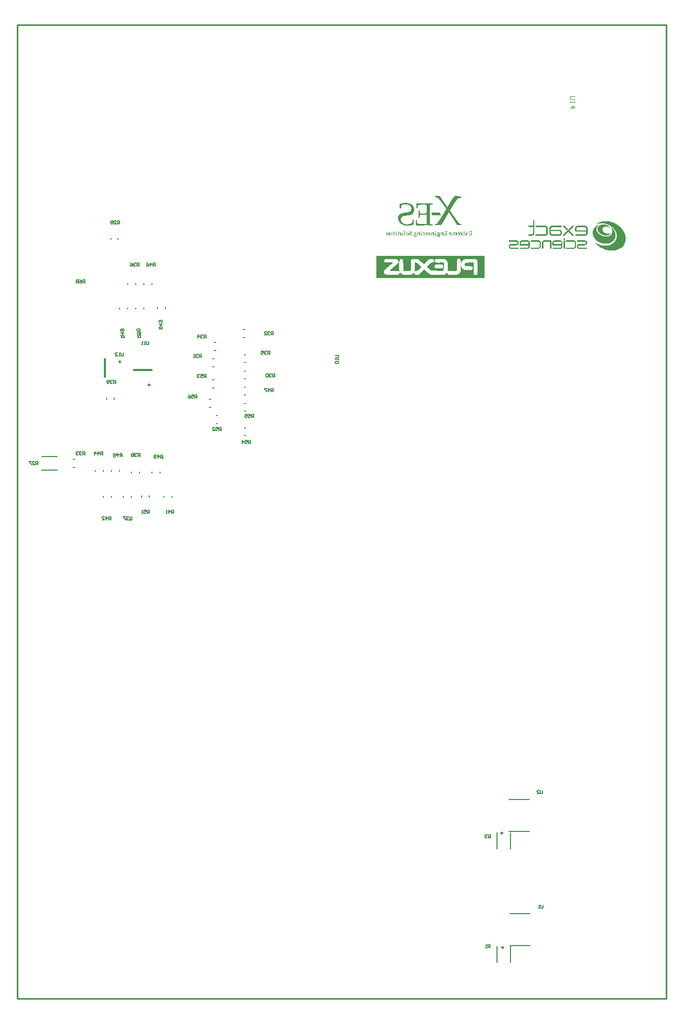
<source format=gbo>
G04*
G04 #@! TF.GenerationSoftware,Altium Limited,Altium Designer,22.6.1 (34)*
G04*
G04 Layer_Color=32896*
%FSLAX25Y25*%
%MOIN*%
G70*
G04*
G04 #@! TF.SameCoordinates,26821394-4C13-4CD4-A4B4-11F4951342BE*
G04*
G04*
G04 #@! TF.FilePolarity,Positive*
G04*
G01*
G75*
%ADD10C,0.00984*%
%ADD11C,0.00787*%
%ADD12C,0.01000*%
%ADD14C,0.00500*%
%ADD16C,0.00236*%
G36*
X370570Y594738D02*
X371579D01*
Y594570D01*
X372589D01*
Y594402D01*
X373598D01*
Y594234D01*
X373766D01*
Y593561D01*
X372252D01*
Y593393D01*
X372084D01*
Y593224D01*
X371748D01*
Y593056D01*
X371579D01*
Y592888D01*
X371411D01*
Y592720D01*
X371243D01*
Y592551D01*
X371075D01*
Y592215D01*
X370906D01*
Y592047D01*
X370738D01*
Y591879D01*
X370570D01*
Y591710D01*
X370402D01*
Y591374D01*
X370234D01*
Y591206D01*
X370065D01*
Y590869D01*
X369897D01*
Y590701D01*
X369729D01*
Y590365D01*
X369561D01*
Y590196D01*
X369392D01*
Y589860D01*
X369224D01*
Y589692D01*
X369056D01*
Y589355D01*
X368888D01*
Y589019D01*
X368720D01*
Y588850D01*
X368551D01*
Y588514D01*
X368383D01*
Y588178D01*
X368215D01*
Y588009D01*
X368047D01*
Y587673D01*
X367879D01*
Y587336D01*
X367710D01*
Y587168D01*
X367542D01*
Y586832D01*
X367374D01*
Y586495D01*
X367206D01*
Y586327D01*
X367037D01*
Y585991D01*
X366869D01*
Y585486D01*
X367037D01*
Y585149D01*
X367206D01*
Y584981D01*
X367374D01*
Y584813D01*
X367542D01*
Y584477D01*
X367710D01*
Y584308D01*
X367879D01*
Y584140D01*
X368047D01*
Y583804D01*
X368215D01*
Y583636D01*
X368383D01*
Y583299D01*
X368551D01*
Y583131D01*
X368720D01*
Y582963D01*
X368888D01*
Y582626D01*
X369056D01*
Y582458D01*
X369224D01*
Y582122D01*
X369392D01*
Y581953D01*
X369561D01*
Y581785D01*
X369729D01*
Y581449D01*
X369897D01*
Y581280D01*
X370065D01*
Y580944D01*
X370234D01*
Y580776D01*
X370402D01*
Y580608D01*
X370570D01*
Y580271D01*
X370738D01*
Y580103D01*
X370906D01*
Y579935D01*
X371075D01*
Y579598D01*
X371243D01*
Y579430D01*
X371411D01*
Y579262D01*
X371579D01*
Y578925D01*
X371748D01*
Y578757D01*
X371916D01*
Y578589D01*
X372084D01*
Y578252D01*
X372252D01*
Y578084D01*
X372421D01*
Y577916D01*
X372589D01*
Y577748D01*
X372757D01*
Y577579D01*
X373094D01*
Y577411D01*
X373935D01*
Y576738D01*
X371243D01*
Y576906D01*
X371075D01*
Y577243D01*
X370906D01*
Y577411D01*
X370738D01*
Y577748D01*
X370570D01*
Y578084D01*
X370402D01*
Y578252D01*
X370234D01*
Y578589D01*
X370065D01*
Y578757D01*
X369897D01*
Y579094D01*
X369729D01*
Y579430D01*
X369561D01*
Y579598D01*
X369392D01*
Y579935D01*
X369224D01*
Y580103D01*
X369056D01*
Y580439D01*
X368888D01*
Y580776D01*
X368720D01*
Y580944D01*
X368551D01*
Y581280D01*
X368383D01*
Y581449D01*
X368215D01*
Y581785D01*
X368047D01*
Y581953D01*
X367879D01*
Y582290D01*
X367710D01*
Y582458D01*
X367542D01*
Y582794D01*
X367374D01*
Y582963D01*
X367206D01*
Y583299D01*
X367037D01*
Y583467D01*
X366869D01*
Y583636D01*
X366701D01*
Y583972D01*
X366533D01*
Y584140D01*
X366365D01*
Y584477D01*
X366196D01*
Y584645D01*
X366028D01*
Y584477D01*
X365860D01*
Y584140D01*
X365692D01*
Y583804D01*
X365523D01*
Y583636D01*
X365355D01*
Y583299D01*
X365187D01*
Y582963D01*
X365019D01*
Y582794D01*
X364850D01*
Y582458D01*
X364682D01*
Y582122D01*
X364514D01*
Y581785D01*
X364346D01*
Y581617D01*
X364178D01*
Y581280D01*
X364009D01*
Y580944D01*
X363841D01*
Y580776D01*
X363673D01*
Y580439D01*
X363505D01*
Y580103D01*
X363336D01*
Y579935D01*
X363168D01*
Y579598D01*
X363000D01*
Y579262D01*
X362832D01*
Y579094D01*
X362664D01*
Y578757D01*
X362495D01*
Y578421D01*
X362327D01*
Y578252D01*
X362159D01*
Y577916D01*
X361991D01*
Y577579D01*
X361822D01*
Y577411D01*
X361654D01*
Y577075D01*
X361486D01*
Y576738D01*
X357449D01*
Y577411D01*
X358458D01*
Y577579D01*
X358794D01*
Y577748D01*
X358963D01*
Y577916D01*
X359131D01*
Y578084D01*
X359299D01*
Y578421D01*
X359467D01*
Y578589D01*
X359635D01*
Y578925D01*
X359804D01*
Y579262D01*
X359972D01*
Y579430D01*
X360140D01*
Y579766D01*
X360308D01*
Y579935D01*
X360477D01*
Y580271D01*
X360645D01*
Y580439D01*
X360813D01*
Y580776D01*
X360981D01*
Y581112D01*
X361150D01*
Y581280D01*
X361318D01*
Y581617D01*
X361486D01*
Y581785D01*
X361654D01*
Y582122D01*
X361822D01*
Y582458D01*
X361991D01*
Y582626D01*
X362159D01*
Y582963D01*
X362327D01*
Y583131D01*
X362495D01*
Y583467D01*
X362664D01*
Y583804D01*
X362832D01*
Y583972D01*
X363000D01*
Y584308D01*
X363168D01*
Y584477D01*
X363336D01*
Y584813D01*
X363505D01*
Y585149D01*
X363673D01*
Y585318D01*
X363841D01*
Y585654D01*
X364009D01*
Y585991D01*
X364178D01*
Y586159D01*
X364346D01*
Y586495D01*
X364514D01*
Y587000D01*
X364346D01*
Y587168D01*
X364178D01*
Y587505D01*
X364009D01*
Y587673D01*
X363841D01*
Y587841D01*
X363673D01*
Y588178D01*
X363505D01*
Y588346D01*
X363336D01*
Y588514D01*
X363168D01*
Y588850D01*
X363000D01*
Y589019D01*
X362832D01*
Y589187D01*
X362664D01*
Y589523D01*
X362495D01*
Y589692D01*
X362327D01*
Y589860D01*
X362159D01*
Y590196D01*
X361991D01*
Y590365D01*
X361822D01*
Y590533D01*
X361654D01*
Y590869D01*
X361486D01*
Y591037D01*
X361318D01*
Y591206D01*
X361150D01*
Y591374D01*
X360981D01*
Y591710D01*
X360813D01*
Y591879D01*
X360645D01*
Y592047D01*
X360477D01*
Y592383D01*
X360308D01*
Y592551D01*
X360140D01*
Y592720D01*
X359972D01*
Y592888D01*
X359804D01*
Y593056D01*
X359635D01*
Y593393D01*
X359467D01*
Y593561D01*
X359299D01*
Y593729D01*
X358963D01*
Y593897D01*
X357785D01*
Y594738D01*
X360477D01*
Y594570D01*
X360645D01*
Y594234D01*
X360813D01*
Y594065D01*
X360981D01*
Y593729D01*
X361150D01*
Y593561D01*
X361318D01*
Y593393D01*
X361486D01*
Y593056D01*
X361654D01*
Y592888D01*
X361822D01*
Y592551D01*
X361991D01*
Y592383D01*
X362159D01*
Y592047D01*
X362327D01*
Y591879D01*
X362495D01*
Y591542D01*
X362664D01*
Y591374D01*
X362832D01*
Y591206D01*
X363000D01*
Y590869D01*
X363168D01*
Y590701D01*
X363336D01*
Y590365D01*
X363505D01*
Y590196D01*
X363673D01*
Y589860D01*
X363841D01*
Y589692D01*
X364009D01*
Y589355D01*
X364178D01*
Y589187D01*
X364346D01*
Y588850D01*
X364514D01*
Y588682D01*
X364682D01*
Y588514D01*
X364850D01*
Y588178D01*
X365019D01*
Y588009D01*
X365187D01*
Y587841D01*
X365355D01*
Y588178D01*
X365523D01*
Y588346D01*
X365692D01*
Y588682D01*
X365860D01*
Y589019D01*
X366028D01*
Y589187D01*
X366196D01*
Y589523D01*
X366365D01*
Y589860D01*
X366533D01*
Y590196D01*
X366701D01*
Y590365D01*
X366869D01*
Y590701D01*
X367037D01*
Y591037D01*
X367206D01*
Y591206D01*
X367374D01*
Y591542D01*
X367542D01*
Y591879D01*
X367710D01*
Y592047D01*
X367879D01*
Y592383D01*
X368047D01*
Y592720D01*
X368215D01*
Y592888D01*
X368383D01*
Y593224D01*
X368551D01*
Y593393D01*
X368720D01*
Y593729D01*
X368888D01*
Y593897D01*
X369056D01*
Y594065D01*
X369224D01*
Y594234D01*
X369392D01*
Y594402D01*
X369561D01*
Y594570D01*
X369729D01*
Y594738D01*
X369897D01*
Y594907D01*
X370570D01*
Y594738D01*
D02*
G37*
G36*
X356271Y589523D02*
X355094D01*
Y589355D01*
X354757D01*
Y589187D01*
X354589D01*
Y588514D01*
X354421D01*
Y582794D01*
Y582626D01*
Y577916D01*
X354589D01*
Y577579D01*
X354757D01*
Y577411D01*
X355094D01*
Y577243D01*
X356103D01*
Y576570D01*
X354925D01*
Y576738D01*
X354421D01*
Y576570D01*
X353579D01*
Y576738D01*
X351056D01*
Y576570D01*
X346009D01*
Y576738D01*
X345841D01*
Y578084D01*
X345673D01*
Y579766D01*
X345505D01*
Y579935D01*
X346346D01*
Y579094D01*
X346514D01*
Y578252D01*
X346682D01*
Y577916D01*
X346850D01*
Y577748D01*
X347355D01*
Y577579D01*
X352402D01*
Y583131D01*
X348533D01*
Y582963D01*
X348196D01*
Y582794D01*
X348028D01*
Y581280D01*
X347355D01*
Y585822D01*
X348028D01*
Y584308D01*
X348196D01*
Y584140D01*
X348869D01*
Y583972D01*
X351393D01*
Y584140D01*
X352402D01*
Y589187D01*
X351729D01*
Y589355D01*
X348701D01*
Y589187D01*
X347692D01*
Y589019D01*
X347019D01*
Y588178D01*
X346850D01*
Y587168D01*
X346178D01*
Y588346D01*
X346009D01*
Y589692D01*
X345841D01*
Y590196D01*
X356271D01*
Y589523D01*
D02*
G37*
G36*
X360645Y584140D02*
X360813D01*
Y583636D01*
X360981D01*
Y583299D01*
X361150D01*
Y582794D01*
X355935D01*
Y582963D01*
X355766D01*
Y583636D01*
X355598D01*
Y583972D01*
X355430D01*
Y584308D01*
X360645D01*
Y584140D01*
D02*
G37*
G36*
X340963Y590196D02*
X341635D01*
Y590028D01*
X342140D01*
Y589860D01*
X342477D01*
Y589692D01*
X342813D01*
Y589523D01*
X343149D01*
Y589355D01*
X343318D01*
Y589187D01*
X343486D01*
Y589019D01*
X343654D01*
Y588850D01*
X343822D01*
Y588682D01*
X343991D01*
Y588346D01*
X344159D01*
Y588009D01*
X344327D01*
Y587673D01*
X344495D01*
Y587000D01*
X344664D01*
Y585318D01*
X344495D01*
Y584813D01*
X344327D01*
Y584308D01*
X344159D01*
Y584140D01*
X343991D01*
Y583804D01*
X343822D01*
Y583636D01*
X343654D01*
Y583467D01*
X343318D01*
Y583299D01*
X342981D01*
Y583131D01*
X342477D01*
Y582963D01*
X341635D01*
Y582794D01*
X340290D01*
Y582626D01*
X338776D01*
Y582458D01*
X338103D01*
Y582290D01*
X337766D01*
Y582122D01*
X337430D01*
Y581953D01*
X337262D01*
Y581785D01*
X337093D01*
Y581617D01*
X336925D01*
Y581449D01*
X336757D01*
Y581280D01*
Y581112D01*
Y580944D01*
X336589D01*
Y579766D01*
X336757D01*
Y579094D01*
X336925D01*
Y578757D01*
X337093D01*
Y578589D01*
X337262D01*
Y578421D01*
X337430D01*
Y578252D01*
X337598D01*
Y578084D01*
X337766D01*
Y577916D01*
X338103D01*
Y577748D01*
X338439D01*
Y577579D01*
X338776D01*
Y577411D01*
X339617D01*
Y577243D01*
X341131D01*
Y577411D01*
X341972D01*
Y577579D01*
X342308D01*
Y577748D01*
X342645D01*
Y577916D01*
X342981D01*
Y578084D01*
X343318D01*
Y578252D01*
X343486D01*
Y578421D01*
X343654D01*
Y580103D01*
X344327D01*
Y578421D01*
X344495D01*
Y577075D01*
X343991D01*
Y576906D01*
X343486D01*
Y576738D01*
X342813D01*
Y576570D01*
X341804D01*
Y576402D01*
X339785D01*
Y576570D01*
X338776D01*
Y576738D01*
X338271D01*
Y576906D01*
X337766D01*
Y577075D01*
X337430D01*
Y577243D01*
X337093D01*
Y577411D01*
X336925D01*
Y577579D01*
X336589D01*
Y577748D01*
X336421D01*
Y577916D01*
X336252D01*
Y578084D01*
X336084D01*
Y578252D01*
X335916D01*
Y578421D01*
X335748D01*
Y578757D01*
X335579D01*
Y578925D01*
X335411D01*
Y579262D01*
X335243D01*
Y579598D01*
X335075D01*
Y580103D01*
X334907D01*
Y582122D01*
X335075D01*
Y582626D01*
X335243D01*
Y582963D01*
X335411D01*
Y583131D01*
X335579D01*
Y583299D01*
X335748D01*
Y583467D01*
X335916D01*
Y583636D01*
X336252D01*
Y583804D01*
X336589D01*
Y583972D01*
X337262D01*
Y584140D01*
X338271D01*
Y584308D01*
X339785D01*
Y584477D01*
X340963D01*
Y584645D01*
X341635D01*
Y584813D01*
X341972D01*
Y584981D01*
X342140D01*
Y585149D01*
X342308D01*
Y585318D01*
X342477D01*
Y585486D01*
X342645D01*
Y585822D01*
X342813D01*
Y586327D01*
X342981D01*
Y587336D01*
X342813D01*
Y587841D01*
X342645D01*
Y588178D01*
X342477D01*
Y588514D01*
X342308D01*
Y588682D01*
X342140D01*
Y588850D01*
X341972D01*
Y589019D01*
X341635D01*
Y589187D01*
X341299D01*
Y589355D01*
X340794D01*
Y589523D01*
X338608D01*
Y589355D01*
X337935D01*
Y589187D01*
X337598D01*
Y589019D01*
X337262D01*
Y588850D01*
X337093D01*
Y588682D01*
X336925D01*
Y588514D01*
X336757D01*
Y587000D01*
X335916D01*
Y589019D01*
X335748D01*
Y589692D01*
X336252D01*
Y589860D01*
X336589D01*
Y590028D01*
X337262D01*
Y590196D01*
X338103D01*
Y590365D01*
X340963D01*
Y590196D01*
D02*
G37*
G36*
X461879Y577073D02*
X462863D01*
Y576909D01*
X463191D01*
Y576745D01*
X463683D01*
Y576581D01*
X464011D01*
Y576417D01*
X464339D01*
Y576253D01*
X464503D01*
Y576089D01*
X464831D01*
Y575925D01*
X464995D01*
Y575761D01*
X465160D01*
Y575597D01*
X465323D01*
Y575433D01*
X465487D01*
Y575269D01*
X465160D01*
Y575433D01*
X464831D01*
Y575597D01*
X464503D01*
Y575761D01*
X464011D01*
Y575925D01*
X462371D01*
Y575761D01*
X461879D01*
Y575597D01*
X461551D01*
Y575433D01*
X461387D01*
Y575269D01*
X461223D01*
Y575105D01*
X461059D01*
Y574777D01*
X460895D01*
Y573465D01*
X461059D01*
Y573137D01*
X461223D01*
Y572809D01*
X461387D01*
Y572645D01*
X461551D01*
Y572481D01*
X461715D01*
Y572317D01*
X461879D01*
Y572153D01*
X462043D01*
Y571989D01*
X462207D01*
Y571825D01*
X462535D01*
Y571661D01*
X463027D01*
Y571497D01*
X463519D01*
Y571333D01*
X465160D01*
Y571497D01*
X465487D01*
Y571661D01*
X465815D01*
Y571333D01*
X465652D01*
Y571169D01*
X465487D01*
Y571005D01*
X465160D01*
Y570841D01*
X464995D01*
Y570677D01*
X464667D01*
Y570512D01*
X464175D01*
Y570349D01*
X463191D01*
Y570185D01*
X462535D01*
Y570349D01*
X461551D01*
Y570512D01*
X461059D01*
Y570677D01*
X460731D01*
Y570841D01*
X460403D01*
Y571005D01*
X460075D01*
Y571169D01*
X459747D01*
Y571333D01*
X459583D01*
Y571497D01*
X459255D01*
Y571661D01*
X459091D01*
Y571989D01*
X458927D01*
Y572153D01*
X458763D01*
Y572317D01*
X458599D01*
Y572481D01*
X458435D01*
Y572809D01*
X458271D01*
Y573137D01*
X458107D01*
Y573465D01*
X457943D01*
Y575105D01*
X458107D01*
Y575433D01*
X458271D01*
Y575761D01*
X458435D01*
Y575925D01*
X458599D01*
Y576089D01*
X458763D01*
Y576253D01*
X458927D01*
Y576417D01*
X459091D01*
Y576581D01*
X459419D01*
Y576745D01*
X459747D01*
Y576909D01*
X460075D01*
Y577073D01*
X461059D01*
Y577237D01*
X461879D01*
Y577073D01*
D02*
G37*
G36*
X437442Y576253D02*
X437606D01*
Y576089D01*
X437770D01*
Y575925D01*
X437934D01*
Y575761D01*
X438098D01*
Y575597D01*
X438262D01*
Y575433D01*
X438426D01*
Y575269D01*
X438590D01*
Y575105D01*
X438754D01*
Y574941D01*
X438918D01*
Y574777D01*
X439082D01*
Y574613D01*
X439246D01*
Y574449D01*
X439410D01*
Y573793D01*
X439246D01*
Y573629D01*
X438754D01*
Y573793D01*
X438590D01*
Y573957D01*
X438426D01*
Y574121D01*
X438262D01*
Y574285D01*
X438098D01*
Y574449D01*
X437934D01*
Y574613D01*
X437770D01*
Y574777D01*
X437606D01*
Y574941D01*
X437442D01*
Y575105D01*
X437278D01*
Y575269D01*
X437114D01*
Y575433D01*
X436950D01*
Y575597D01*
X436786D01*
Y575761D01*
X436622D01*
Y576253D01*
X436786D01*
Y576417D01*
X437442D01*
Y576253D01*
D02*
G37*
G36*
X358121Y573037D02*
X358290D01*
Y572701D01*
X358121D01*
Y572533D01*
X357953D01*
Y572701D01*
X357785D01*
Y572869D01*
Y573037D01*
X357953D01*
Y573206D01*
X358121D01*
Y573037D01*
D02*
G37*
G36*
X349374D02*
X349542D01*
Y572701D01*
X349374D01*
Y572533D01*
X349206D01*
Y572701D01*
X349037D01*
Y573037D01*
X349206D01*
Y573206D01*
X349374D01*
Y573037D01*
D02*
G37*
G36*
X334065D02*
X334234D01*
Y572701D01*
X334065D01*
Y572533D01*
X333897D01*
Y572701D01*
X333729D01*
Y573037D01*
X333897D01*
Y573206D01*
X334065D01*
Y573037D01*
D02*
G37*
G36*
X370738Y572196D02*
X371243D01*
Y572028D01*
X371075D01*
Y570682D01*
X371243D01*
Y570346D01*
X370570D01*
Y571860D01*
X370402D01*
Y572028D01*
X370065D01*
Y571860D01*
X369897D01*
Y570682D01*
X370065D01*
Y570346D01*
X369224D01*
Y570514D01*
X369392D01*
Y572028D01*
X368888D01*
Y571860D01*
X368720D01*
Y570682D01*
X368888D01*
Y570346D01*
X368047D01*
Y570514D01*
X368215D01*
Y570682D01*
X368383D01*
Y572196D01*
X368720D01*
Y572365D01*
X369056D01*
Y572196D01*
X369392D01*
Y572028D01*
X369561D01*
Y572196D01*
X369729D01*
Y572365D01*
X370234D01*
Y572196D01*
X370402D01*
Y572028D01*
X370570D01*
Y572365D01*
X370738D01*
Y572196D01*
D02*
G37*
G36*
X362327D02*
X362832D01*
Y572028D01*
X362664D01*
Y570682D01*
X362832D01*
Y570346D01*
X361991D01*
Y570514D01*
X362159D01*
Y571860D01*
X361991D01*
Y572028D01*
X361654D01*
Y571860D01*
X361486D01*
Y570514D01*
X361654D01*
Y570346D01*
X360813D01*
Y570514D01*
X360981D01*
Y572028D01*
X361150D01*
Y572196D01*
X361318D01*
Y572365D01*
X361822D01*
Y572196D01*
X361991D01*
Y572028D01*
X362159D01*
Y572365D01*
X362327D01*
Y572196D01*
D02*
G37*
G36*
X356776D02*
X357280D01*
Y572028D01*
X357112D01*
Y570514D01*
X357280D01*
Y570346D01*
X356439D01*
Y570514D01*
X356608D01*
Y571860D01*
X356439D01*
Y572028D01*
X356103D01*
Y571860D01*
X355935D01*
Y570514D01*
X356103D01*
Y570346D01*
X355262D01*
Y570514D01*
X355430D01*
Y570682D01*
Y570851D01*
Y572028D01*
X355598D01*
Y572196D01*
X355766D01*
Y572365D01*
X356271D01*
Y572196D01*
X356439D01*
Y572028D01*
X356608D01*
Y572365D01*
X356776D01*
Y572196D01*
D02*
G37*
G36*
X350888D02*
X351393D01*
Y572028D01*
X351224D01*
Y570514D01*
X351393D01*
Y570346D01*
X350383D01*
Y570514D01*
X350551D01*
Y570682D01*
X350720D01*
Y571692D01*
X350551D01*
Y571860D01*
X350047D01*
Y572028D01*
X349879D01*
Y572196D01*
X350047D01*
Y572365D01*
X350383D01*
Y572196D01*
X350551D01*
Y572028D01*
X350720D01*
Y572365D01*
X350888D01*
Y572196D01*
D02*
G37*
G36*
X348028D02*
X348533D01*
Y572028D01*
X348364D01*
Y570514D01*
X348533D01*
Y570346D01*
X347692D01*
Y570682D01*
X347860D01*
Y570851D01*
Y571019D01*
Y571860D01*
X347692D01*
Y572028D01*
X347355D01*
Y571860D01*
X347187D01*
Y570514D01*
X347355D01*
Y570346D01*
X346514D01*
Y570514D01*
X346682D01*
Y572028D01*
X346850D01*
Y572196D01*
X347019D01*
Y572365D01*
X347355D01*
Y572196D01*
X347692D01*
Y572028D01*
X347860D01*
Y572365D01*
X348028D01*
Y572196D01*
D02*
G37*
G36*
X330533D02*
X331037D01*
Y572028D01*
X330869D01*
Y571860D01*
X330701D01*
Y570682D01*
X330869D01*
Y570514D01*
X331037D01*
Y570346D01*
X330196D01*
Y570682D01*
X330364D01*
Y571860D01*
X330196D01*
Y572028D01*
X329692D01*
Y570514D01*
X329860D01*
Y570346D01*
X329019D01*
Y570682D01*
X329187D01*
Y571692D01*
Y571860D01*
Y572028D01*
X329355D01*
Y572196D01*
X329523D01*
Y572365D01*
X329860D01*
Y572196D01*
X330196D01*
Y572028D01*
X330364D01*
Y572365D01*
X330533D01*
Y572196D01*
D02*
G37*
G36*
X380327Y572869D02*
X380159D01*
Y572701D01*
X379991D01*
Y570851D01*
X380159D01*
Y570682D01*
X380327D01*
Y570514D01*
X380495D01*
Y570346D01*
X378477D01*
Y570514D01*
X378308D01*
Y571019D01*
X378477D01*
Y570851D01*
X378645D01*
Y570682D01*
X379654D01*
Y571692D01*
X378981D01*
Y571523D01*
X378813D01*
Y571355D01*
X378645D01*
Y572196D01*
X378813D01*
Y572028D01*
X378981D01*
Y571860D01*
X379654D01*
Y572869D01*
X379486D01*
Y573037D01*
X379150D01*
Y572869D01*
X378645D01*
Y572533D01*
X378477D01*
Y573206D01*
X380327D01*
Y572869D01*
D02*
G37*
G36*
X365187Y573037D02*
X365019D01*
Y572869D01*
X364850D01*
Y570682D01*
X365019D01*
Y570514D01*
X365187D01*
Y570346D01*
X363168D01*
Y570682D01*
X363000D01*
Y571187D01*
X363168D01*
Y571019D01*
X363336D01*
Y570682D01*
X364346D01*
Y571692D01*
X363673D01*
Y571355D01*
X363505D01*
Y572196D01*
X363673D01*
Y572028D01*
X363841D01*
Y571860D01*
X364346D01*
Y572869D01*
X364178D01*
Y573037D01*
X363841D01*
Y572869D01*
X363505D01*
Y572533D01*
X363168D01*
Y572869D01*
X363336D01*
Y573206D01*
X365187D01*
Y573037D01*
D02*
G37*
G36*
X378140Y572028D02*
X377804D01*
Y571860D01*
X377636D01*
Y571523D01*
X377467D01*
Y571019D01*
X377636D01*
Y570851D01*
X377804D01*
Y570682D01*
X377972D01*
Y570514D01*
X378140D01*
Y570346D01*
X377467D01*
Y571019D01*
X377131D01*
Y570346D01*
X376290D01*
Y570682D01*
X376626D01*
Y571019D01*
X376794D01*
Y571187D01*
X376963D01*
Y571692D01*
X376794D01*
Y571860D01*
X376626D01*
Y572028D01*
X376290D01*
Y572196D01*
X376963D01*
Y572028D01*
Y571692D01*
X377299D01*
Y571860D01*
Y572028D01*
Y572196D01*
X378140D01*
Y572028D01*
D02*
G37*
G36*
X372421Y572196D02*
X372757D01*
Y572028D01*
X372925D01*
Y571692D01*
X373094D01*
Y570851D01*
X372925D01*
Y570514D01*
X372589D01*
Y570346D01*
X371916D01*
Y570514D01*
X371748D01*
Y570682D01*
X371579D01*
Y570851D01*
X371748D01*
Y570682D01*
X372252D01*
Y570851D01*
X372589D01*
Y571355D01*
X372421D01*
Y571523D01*
X371579D01*
Y572028D01*
X371748D01*
Y572196D01*
X371916D01*
Y572365D01*
X372421D01*
Y572196D01*
D02*
G37*
G36*
X367037D02*
X367374D01*
Y572028D01*
X367542D01*
Y571860D01*
X367710D01*
Y571355D01*
X367879D01*
Y571187D01*
X367710D01*
Y570682D01*
X367542D01*
Y570514D01*
X367206D01*
Y570346D01*
X366701D01*
Y570514D01*
X366365D01*
Y570682D01*
X366196D01*
Y570851D01*
X366533D01*
Y570682D01*
X367037D01*
Y570851D01*
X367206D01*
Y571019D01*
X367374D01*
Y571355D01*
X367037D01*
Y571523D01*
X366196D01*
Y572028D01*
X366365D01*
Y572196D01*
X366701D01*
Y572365D01*
X367037D01*
Y572196D01*
D02*
G37*
G36*
X354252D02*
X354589D01*
Y572028D01*
X354757D01*
Y571860D01*
X354925D01*
Y571355D01*
X355094D01*
Y571187D01*
X354925D01*
Y570682D01*
X354757D01*
Y570514D01*
X354421D01*
Y570346D01*
X353916D01*
Y570514D01*
X353579D01*
Y570682D01*
X353411D01*
Y570851D01*
X353748D01*
Y570682D01*
X354252D01*
Y570851D01*
X354421D01*
Y571019D01*
X354589D01*
Y571355D01*
X354252D01*
Y571523D01*
X353411D01*
Y572028D01*
X353579D01*
Y572196D01*
X353916D01*
Y572365D01*
X354252D01*
Y572196D01*
D02*
G37*
G36*
X352570D02*
X352906D01*
Y572028D01*
X353075D01*
Y571692D01*
X353243D01*
Y570851D01*
X353075D01*
Y570682D01*
X352906D01*
Y570514D01*
X352738D01*
Y570346D01*
X352065D01*
Y570514D01*
X351897D01*
Y570682D01*
X351729D01*
Y570851D01*
X351897D01*
Y570682D01*
X352402D01*
Y570851D01*
X352570D01*
Y571019D01*
X352738D01*
Y571355D01*
X352570D01*
Y571523D01*
X351561D01*
Y571860D01*
X351729D01*
Y572028D01*
X351897D01*
Y572196D01*
X352065D01*
Y572365D01*
X352570D01*
Y572196D01*
D02*
G37*
G36*
X338103Y572028D02*
X337935D01*
Y570682D01*
X337766D01*
Y570514D01*
X337598D01*
Y570346D01*
X337093D01*
Y570514D01*
X336757D01*
Y570346D01*
X336421D01*
Y570514D01*
X336084D01*
Y570682D01*
X336252D01*
Y572196D01*
X336925D01*
Y572028D01*
X336757D01*
Y570682D01*
X337262D01*
Y570851D01*
X337430D01*
Y571355D01*
Y571523D01*
Y572196D01*
X338103D01*
Y572028D01*
D02*
G37*
G36*
X375617Y572701D02*
X375785D01*
Y572365D01*
X375953D01*
Y572196D01*
X376121D01*
Y572028D01*
X375785D01*
Y570514D01*
X375617D01*
Y570346D01*
X375112D01*
Y570514D01*
X374944D01*
Y570682D01*
X375280D01*
Y570851D01*
X375449D01*
Y572028D01*
X374944D01*
Y572196D01*
X375280D01*
Y572365D01*
X375449D01*
Y572533D01*
Y572701D01*
Y572869D01*
X375617D01*
Y572701D01*
D02*
G37*
G36*
X373598Y572196D02*
X373766D01*
Y572028D01*
X373935D01*
Y572196D01*
X374607D01*
Y572028D01*
X374439D01*
Y570682D01*
X374607D01*
Y570346D01*
X373598D01*
Y570514D01*
X373766D01*
Y570682D01*
X373935D01*
Y571860D01*
X373262D01*
Y572365D01*
X373598D01*
Y572196D01*
D02*
G37*
G36*
X357953D02*
X358458D01*
Y572028D01*
X358290D01*
Y570682D01*
X358458D01*
Y570346D01*
X357617D01*
Y570682D01*
X357785D01*
Y572365D01*
X357953D01*
Y572196D01*
D02*
G37*
G36*
X349206D02*
X349710D01*
Y572028D01*
X349542D01*
Y570514D01*
X349710D01*
Y570346D01*
X348869D01*
Y570682D01*
X349037D01*
Y570851D01*
Y571019D01*
Y572365D01*
X349206D01*
Y572196D01*
D02*
G37*
G36*
X342813Y573037D02*
X343149D01*
Y572701D01*
X343318D01*
Y572028D01*
X343149D01*
Y571860D01*
X342981D01*
Y571692D01*
X342645D01*
Y571523D01*
X342308D01*
Y571355D01*
X342140D01*
Y570682D01*
X342308D01*
Y570514D01*
X342813D01*
Y570682D01*
X342981D01*
Y570851D01*
X343149D01*
Y571187D01*
X343318D01*
Y570682D01*
Y570514D01*
X343149D01*
Y570346D01*
X342140D01*
Y570514D01*
X341972D01*
Y570682D01*
X341804D01*
Y570851D01*
X341635D01*
Y571523D01*
X341804D01*
Y571692D01*
X341972D01*
Y571860D01*
X342140D01*
Y572028D01*
X342477D01*
Y572196D01*
X342813D01*
Y572533D01*
X342981D01*
Y572701D01*
X342813D01*
Y572869D01*
X342645D01*
Y573037D01*
X342308D01*
Y572869D01*
X342140D01*
Y572701D01*
X341972D01*
Y572533D01*
X341804D01*
Y573037D01*
X341972D01*
Y573206D01*
X342813D01*
Y573037D01*
D02*
G37*
G36*
X340626Y572196D02*
X340963D01*
Y572028D01*
X341131D01*
Y571860D01*
X341299D01*
Y571523D01*
X341467D01*
Y571019D01*
X341299D01*
Y570682D01*
X341131D01*
Y570514D01*
X340794D01*
Y570346D01*
X340122D01*
Y570514D01*
X339785D01*
Y570682D01*
X339617D01*
Y571019D01*
X339449D01*
Y571692D01*
X339617D01*
Y572028D01*
X339785D01*
Y572196D01*
X340122D01*
Y572365D01*
X340626D01*
Y572196D01*
D02*
G37*
G36*
X338776Y573206D02*
X339280D01*
Y573037D01*
X338944D01*
Y570682D01*
X339112D01*
Y570514D01*
X339280D01*
Y570346D01*
X338271D01*
Y570514D01*
X338439D01*
Y570682D01*
X338608D01*
Y572196D01*
Y572365D01*
Y573374D01*
X338776D01*
Y573206D01*
D02*
G37*
G36*
X335411Y572701D02*
X335579D01*
Y572533D01*
Y572365D01*
X335748D01*
Y572196D01*
X335916D01*
Y572028D01*
X335579D01*
Y570514D01*
X335411D01*
Y570346D01*
X334907D01*
Y570514D01*
X334738D01*
Y570682D01*
X335075D01*
Y570851D01*
X335243D01*
Y572028D01*
X334738D01*
Y572196D01*
X335075D01*
Y572365D01*
X335243D01*
Y572869D01*
X335411D01*
Y572701D01*
D02*
G37*
G36*
X333897Y572196D02*
X334402D01*
Y572028D01*
X334234D01*
Y570514D01*
X334402D01*
Y570346D01*
X333561D01*
Y570682D01*
X333729D01*
Y572365D01*
X333897D01*
Y572196D01*
D02*
G37*
G36*
X332551D02*
X332888D01*
Y572028D01*
X333056D01*
Y571692D01*
X333224D01*
Y570851D01*
X333056D01*
Y570682D01*
X332888D01*
Y570514D01*
X332551D01*
Y570346D01*
X331878D01*
Y570514D01*
X331710D01*
Y570682D01*
X331542D01*
Y570851D01*
X331374D01*
Y571860D01*
X331542D01*
Y572028D01*
X331710D01*
Y572196D01*
X332047D01*
Y572365D01*
X332551D01*
Y572196D01*
D02*
G37*
G36*
X328178D02*
X328514D01*
Y572028D01*
X328682D01*
Y571523D01*
X328514D01*
Y571355D01*
X328346D01*
Y571187D01*
X328009D01*
Y571019D01*
X327841D01*
Y570514D01*
X328178D01*
Y570682D01*
X328346D01*
Y570851D01*
X328514D01*
Y571019D01*
X328682D01*
Y570514D01*
X328514D01*
Y570346D01*
X327841D01*
Y570514D01*
X327505D01*
Y570682D01*
X327337D01*
Y571187D01*
X327505D01*
Y571355D01*
X327673D01*
Y571523D01*
X328009D01*
Y571692D01*
X328178D01*
Y571860D01*
X328346D01*
Y572028D01*
X328178D01*
Y572196D01*
X327841D01*
Y572028D01*
X327673D01*
Y571692D01*
X327505D01*
Y572196D01*
X327673D01*
Y572365D01*
X328178D01*
Y572196D01*
D02*
G37*
G36*
X442854Y576253D02*
X443018D01*
Y575761D01*
X442854D01*
Y575597D01*
X442690D01*
Y575433D01*
X442526D01*
Y575269D01*
X442362D01*
Y575105D01*
X442198D01*
Y574941D01*
X442034D01*
Y574777D01*
X441870D01*
Y574613D01*
X441706D01*
Y574449D01*
X441542D01*
Y574285D01*
X441378D01*
Y574121D01*
X441214D01*
Y573957D01*
X441050D01*
Y573793D01*
X440886D01*
Y573629D01*
X440722D01*
Y573465D01*
X440558D01*
Y573137D01*
X440722D01*
Y572973D01*
X440886D01*
Y572809D01*
X441050D01*
Y572645D01*
X441214D01*
Y572481D01*
X441378D01*
Y572317D01*
X441542D01*
Y572153D01*
X441706D01*
Y571989D01*
X441870D01*
Y571825D01*
X442034D01*
Y571661D01*
X442198D01*
Y571497D01*
X442362D01*
Y571333D01*
X442526D01*
Y571169D01*
X442690D01*
Y571005D01*
X442854D01*
Y570841D01*
X443018D01*
Y570349D01*
X442854D01*
Y570185D01*
X442198D01*
Y570349D01*
X442034D01*
Y570512D01*
X441870D01*
Y570677D01*
X441706D01*
Y570841D01*
X441542D01*
Y571005D01*
X441378D01*
Y571169D01*
X441214D01*
Y571333D01*
X441050D01*
Y571497D01*
X440886D01*
Y571661D01*
X440722D01*
Y571825D01*
X440558D01*
Y571989D01*
X440394D01*
Y572153D01*
X440230D01*
Y572317D01*
X440066D01*
Y572481D01*
X439902D01*
Y572645D01*
X439738D01*
Y572481D01*
X439574D01*
Y572317D01*
X439410D01*
Y572153D01*
X439246D01*
Y571989D01*
X439082D01*
Y571825D01*
X438918D01*
Y571661D01*
X438754D01*
Y571497D01*
X438590D01*
Y571333D01*
X438426D01*
Y571169D01*
X438262D01*
Y571005D01*
X438098D01*
Y570841D01*
X437934D01*
Y570677D01*
X437770D01*
Y570512D01*
X437606D01*
Y570349D01*
X437442D01*
Y570185D01*
X436622D01*
Y570841D01*
X436786D01*
Y571005D01*
X436950D01*
Y571169D01*
X437114D01*
Y571333D01*
X437278D01*
Y571497D01*
X437442D01*
Y571661D01*
X437606D01*
Y571825D01*
X437770D01*
Y571989D01*
X437934D01*
Y572153D01*
X438098D01*
Y572317D01*
X438262D01*
Y572481D01*
X438426D01*
Y572645D01*
X438590D01*
Y572809D01*
X438754D01*
Y572973D01*
X438918D01*
Y573137D01*
X439082D01*
Y573301D01*
X439246D01*
Y573465D01*
X439410D01*
Y573629D01*
X439574D01*
Y573793D01*
X439738D01*
Y573957D01*
X439902D01*
Y574121D01*
X440066D01*
Y574285D01*
X440230D01*
Y574449D01*
X440394D01*
Y574613D01*
X440558D01*
Y574777D01*
X440722D01*
Y574941D01*
X440886D01*
Y575105D01*
X441050D01*
Y575269D01*
X441214D01*
Y575433D01*
X441378D01*
Y575597D01*
X441542D01*
Y575761D01*
X441706D01*
Y575925D01*
X441870D01*
Y576089D01*
X442034D01*
Y576253D01*
X442198D01*
Y576417D01*
X442854D01*
Y576253D01*
D02*
G37*
G36*
X450071Y576417D02*
X450563D01*
Y576253D01*
X450891D01*
Y576089D01*
X451055D01*
Y575925D01*
X451219D01*
Y575761D01*
X451383D01*
Y575433D01*
X451547D01*
Y575105D01*
X451711D01*
Y571497D01*
X451547D01*
Y571169D01*
X451383D01*
Y570841D01*
X451219D01*
Y570677D01*
X451055D01*
Y570512D01*
X450891D01*
Y570349D01*
X450563D01*
Y570185D01*
X450235D01*
Y570020D01*
X444330D01*
Y570185D01*
X444166D01*
Y570841D01*
X444494D01*
Y571005D01*
X450235D01*
Y571169D01*
X450399D01*
Y571333D01*
X450563D01*
Y571661D01*
X450727D01*
Y572645D01*
X444166D01*
Y572809D01*
X444002D01*
Y572973D01*
X443838D01*
Y574941D01*
X444002D01*
Y575433D01*
X444166D01*
Y575761D01*
X444330D01*
Y575925D01*
X444494D01*
Y576089D01*
X444658D01*
Y576253D01*
X444986D01*
Y576417D01*
X445478D01*
Y576581D01*
X450071D01*
Y576417D01*
D02*
G37*
G36*
X435638D02*
X435802D01*
Y575761D01*
X435474D01*
Y575597D01*
X429569D01*
Y575433D01*
X429405D01*
Y575269D01*
X429242D01*
Y575105D01*
X429077D01*
Y574613D01*
X428913D01*
Y573957D01*
X434654D01*
Y573793D01*
X434982D01*
Y573629D01*
X435146D01*
Y573465D01*
X435310D01*
Y573301D01*
X435474D01*
Y573137D01*
X435638D01*
Y572809D01*
X435802D01*
Y571169D01*
X435638D01*
Y571005D01*
X435474D01*
Y570841D01*
X435310D01*
Y570512D01*
X435146D01*
Y570349D01*
X434818D01*
Y570185D01*
X434490D01*
Y570020D01*
X429569D01*
Y570185D01*
X429077D01*
Y570349D01*
X428913D01*
Y570512D01*
X428749D01*
Y570677D01*
X428585D01*
Y570841D01*
X428421D01*
Y571005D01*
X428257D01*
Y571333D01*
X428093D01*
Y575269D01*
X428257D01*
Y575597D01*
X428421D01*
Y575761D01*
X428585D01*
Y575925D01*
X428749D01*
Y576089D01*
X428913D01*
Y576253D01*
X429077D01*
Y576417D01*
X429569D01*
Y576581D01*
X435638D01*
Y576417D01*
D02*
G37*
G36*
X425633D02*
X426125D01*
Y576253D01*
X426453D01*
Y576089D01*
X426617D01*
Y575925D01*
X426781D01*
Y575761D01*
X426945D01*
Y575433D01*
X427109D01*
Y575105D01*
X427273D01*
Y571497D01*
X427109D01*
Y571169D01*
X426945D01*
Y570841D01*
X426781D01*
Y570677D01*
X426617D01*
Y570512D01*
X426453D01*
Y570349D01*
X426125D01*
Y570185D01*
X425797D01*
Y570020D01*
X419729D01*
Y570185D01*
X419565D01*
Y570841D01*
X419893D01*
Y571005D01*
X425797D01*
Y571169D01*
X425961D01*
Y571333D01*
X426125D01*
Y571661D01*
X426289D01*
Y574941D01*
X426125D01*
Y575269D01*
X425961D01*
Y575433D01*
X425633D01*
Y575597D01*
X419729D01*
Y575761D01*
X419565D01*
Y576417D01*
X419729D01*
Y576581D01*
X425633D01*
Y576417D01*
D02*
G37*
G36*
X418909Y571333D02*
X418745D01*
Y571005D01*
X418581D01*
Y570677D01*
X418417D01*
Y570512D01*
X418253D01*
Y570349D01*
X417925D01*
Y570185D01*
X417433D01*
Y570020D01*
X415465D01*
Y570185D01*
X415301D01*
Y570349D01*
X415137D01*
Y570677D01*
X415301D01*
Y570841D01*
X415465D01*
Y571005D01*
X417433D01*
Y571169D01*
X417761D01*
Y571497D01*
X417925D01*
Y571661D01*
X418089D01*
Y575597D01*
X415465D01*
Y575761D01*
X415301D01*
Y575925D01*
X415137D01*
Y576253D01*
X415301D01*
Y576417D01*
X415465D01*
Y576581D01*
X418089D01*
Y579861D01*
X418909D01*
Y571333D01*
D02*
G37*
G36*
X359972Y572196D02*
X360308D01*
Y572028D01*
X360477D01*
Y571355D01*
X360308D01*
Y571187D01*
X360140D01*
Y571019D01*
X360308D01*
Y570851D01*
X360477D01*
Y570514D01*
X360308D01*
Y570178D01*
X360477D01*
Y570009D01*
X360645D01*
Y569841D01*
X360477D01*
Y569505D01*
X359972D01*
Y569336D01*
X359635D01*
Y569505D01*
X359131D01*
Y569673D01*
X358963D01*
Y569841D01*
X358794D01*
Y570178D01*
X358626D01*
Y570346D01*
X358794D01*
Y570682D01*
X359972D01*
Y571019D01*
X359299D01*
Y571187D01*
X359131D01*
Y571355D01*
X358963D01*
Y572028D01*
X358626D01*
Y572196D01*
X359467D01*
Y572365D01*
X359972D01*
Y572196D01*
D02*
G37*
G36*
X345673D02*
X345841D01*
Y572028D01*
X346009D01*
Y571860D01*
X346178D01*
Y571355D01*
X346009D01*
Y571187D01*
X345841D01*
Y570851D01*
X346178D01*
Y570682D01*
X346009D01*
Y570514D01*
X345841D01*
Y570346D01*
X346009D01*
Y570178D01*
X346178D01*
Y569673D01*
X346009D01*
Y569505D01*
X345673D01*
Y569336D01*
X345337D01*
Y569505D01*
X344832D01*
Y569673D01*
X344495D01*
Y570009D01*
X344327D01*
Y570514D01*
X344495D01*
Y570682D01*
X345505D01*
Y570851D01*
X345673D01*
Y571019D01*
X345000D01*
Y571187D01*
X344664D01*
Y572028D01*
X344327D01*
Y572196D01*
X345000D01*
Y572365D01*
X345673D01*
Y572196D01*
D02*
G37*
G36*
X437606Y568544D02*
X437770D01*
Y567724D01*
X437606D01*
Y567560D01*
X437114D01*
Y567724D01*
X436950D01*
Y568380D01*
X437114D01*
Y568544D01*
X437278D01*
Y568708D01*
X437606D01*
Y568544D01*
D02*
G37*
G36*
X458435Y576581D02*
X458271D01*
Y576417D01*
X458107D01*
Y576253D01*
X457943D01*
Y576089D01*
X457779D01*
Y575925D01*
X457615D01*
Y575597D01*
X457451D01*
Y575105D01*
X457287D01*
Y573301D01*
X457451D01*
Y572973D01*
X457615D01*
Y572481D01*
X457779D01*
Y572317D01*
X457943D01*
Y571989D01*
X458107D01*
Y571825D01*
X458271D01*
Y571661D01*
X458435D01*
Y571497D01*
X458599D01*
Y571333D01*
X458763D01*
Y571169D01*
X458927D01*
Y571005D01*
X459255D01*
Y570841D01*
X459419D01*
Y570677D01*
X459747D01*
Y570512D01*
X459911D01*
Y570349D01*
X460403D01*
Y570185D01*
X460731D01*
Y570020D01*
X461059D01*
Y569857D01*
X461879D01*
Y569693D01*
X464011D01*
Y569857D01*
X464667D01*
Y570020D01*
X465160D01*
Y570185D01*
X465323D01*
Y570349D01*
X465652D01*
Y570512D01*
X465815D01*
Y570677D01*
X465979D01*
Y570841D01*
X466307D01*
Y571169D01*
X466471D01*
Y571333D01*
X466636D01*
Y571661D01*
X466799D01*
Y572153D01*
X466964D01*
Y573465D01*
X466799D01*
Y574121D01*
X466636D01*
Y574449D01*
X466471D01*
Y574777D01*
X466307D01*
Y575105D01*
X466144D01*
Y575269D01*
X465979D01*
Y575433D01*
X465815D01*
Y575597D01*
X466144D01*
Y575433D01*
X466307D01*
Y575269D01*
X466636D01*
Y575105D01*
X466799D01*
Y574941D01*
X466964D01*
Y574777D01*
X467128D01*
Y574613D01*
X467292D01*
Y574449D01*
X467456D01*
Y574121D01*
X467620D01*
Y573957D01*
X467784D01*
Y573793D01*
X467948D01*
Y573629D01*
X468112D01*
Y573301D01*
X468276D01*
Y572973D01*
X468440D01*
Y572645D01*
X468604D01*
Y572153D01*
X468768D01*
Y571661D01*
X468932D01*
Y569365D01*
X468768D01*
Y568872D01*
X468604D01*
Y568544D01*
X468440D01*
Y568216D01*
X468276D01*
Y567888D01*
X468112D01*
Y567724D01*
X467948D01*
Y567396D01*
X467784D01*
Y567232D01*
X467620D01*
Y567068D01*
X467456D01*
Y566904D01*
X467292D01*
Y566740D01*
X466964D01*
Y566576D01*
X466799D01*
Y566412D01*
X466471D01*
Y566248D01*
X466307D01*
Y566084D01*
X465979D01*
Y565920D01*
X465652D01*
Y565756D01*
X465160D01*
Y565592D01*
X464503D01*
Y565428D01*
X461059D01*
Y565592D01*
X460403D01*
Y565756D01*
X459911D01*
Y565920D01*
X459419D01*
Y566084D01*
X459091D01*
Y566248D01*
X458763D01*
Y566412D01*
X458435D01*
Y566576D01*
X458107D01*
Y566740D01*
X457943D01*
Y566904D01*
X457615D01*
Y567068D01*
X457451D01*
Y567232D01*
X457287D01*
Y567396D01*
X457123D01*
Y567560D01*
X456959D01*
Y567724D01*
X456795D01*
Y567888D01*
X456467D01*
Y568052D01*
X456303D01*
Y568380D01*
X456139D01*
Y568544D01*
X455975D01*
Y568708D01*
X455811D01*
Y569036D01*
X455647D01*
Y569201D01*
X455483D01*
Y569528D01*
X455319D01*
Y569857D01*
X455155D01*
Y570185D01*
X454991D01*
Y570841D01*
X454827D01*
Y571989D01*
X454663D01*
Y572153D01*
X454827D01*
Y573301D01*
X454991D01*
Y573793D01*
X455155D01*
Y574285D01*
X455319D01*
Y574449D01*
X455483D01*
Y574777D01*
X455647D01*
Y574941D01*
X455811D01*
Y575105D01*
X455975D01*
Y575269D01*
X456139D01*
Y575433D01*
X456303D01*
Y575597D01*
X456467D01*
Y575761D01*
X456631D01*
Y575925D01*
X456795D01*
Y576089D01*
X456959D01*
Y576253D01*
X457287D01*
Y576417D01*
X457615D01*
Y576581D01*
X457943D01*
Y576745D01*
X458435D01*
Y576581D01*
D02*
G37*
G36*
X464667Y579041D02*
X465487D01*
Y578877D01*
X466144D01*
Y578713D01*
X466636D01*
Y578549D01*
X467292D01*
Y578385D01*
X467620D01*
Y578221D01*
X468112D01*
Y578057D01*
X468440D01*
Y577893D01*
X468604D01*
Y577729D01*
X468932D01*
Y577565D01*
X469260D01*
Y577401D01*
X469588D01*
Y577237D01*
X469916D01*
Y577073D01*
X470080D01*
Y576909D01*
X470244D01*
Y576745D01*
X470572D01*
Y576581D01*
X470736D01*
Y576417D01*
X470900D01*
Y576253D01*
X471228D01*
Y576089D01*
X471392D01*
Y575925D01*
X471556D01*
Y575761D01*
X471720D01*
Y575597D01*
X471884D01*
Y575433D01*
X472048D01*
Y575269D01*
X472212D01*
Y575105D01*
X472376D01*
Y574941D01*
X472540D01*
Y574777D01*
X472704D01*
Y574449D01*
X472868D01*
Y574285D01*
X473032D01*
Y574121D01*
X473196D01*
Y573957D01*
X473360D01*
Y573629D01*
X473524D01*
Y573301D01*
X473688D01*
Y573137D01*
X473852D01*
Y572809D01*
X474016D01*
Y572481D01*
X474180D01*
Y572153D01*
X474344D01*
Y571825D01*
X474508D01*
Y571333D01*
X474672D01*
Y570841D01*
X474836D01*
Y570185D01*
X475000D01*
Y566904D01*
X474836D01*
Y566248D01*
X474672D01*
Y565756D01*
X474508D01*
Y565428D01*
X474344D01*
Y565100D01*
X474180D01*
Y564772D01*
X474016D01*
Y564444D01*
X473852D01*
Y564280D01*
X473688D01*
Y563952D01*
X473524D01*
Y563788D01*
X473360D01*
Y563624D01*
X473196D01*
Y563460D01*
X473032D01*
Y563296D01*
X472868D01*
Y563132D01*
X472704D01*
Y562968D01*
X472540D01*
Y562804D01*
X472376D01*
Y562640D01*
X472048D01*
Y562476D01*
X471884D01*
Y562312D01*
X471556D01*
Y562148D01*
X471228D01*
Y561984D01*
X470900D01*
Y561820D01*
X470572D01*
Y561656D01*
X470244D01*
Y561492D01*
X469916D01*
Y561328D01*
X469260D01*
Y561164D01*
X468440D01*
Y561000D01*
X464667D01*
Y561164D01*
X463683D01*
Y561328D01*
X463027D01*
Y561492D01*
X462535D01*
Y561656D01*
X462207D01*
Y561820D01*
X461715D01*
Y561984D01*
X461387D01*
Y562148D01*
X461059D01*
Y562312D01*
X460731D01*
Y562476D01*
X460403D01*
Y562640D01*
X460075D01*
Y562804D01*
X459911D01*
Y562968D01*
X459583D01*
Y563132D01*
X459419D01*
Y563296D01*
X459091D01*
Y563460D01*
X458927D01*
Y563624D01*
X458763D01*
Y563788D01*
X458435D01*
Y563952D01*
X458271D01*
Y564116D01*
X458107D01*
Y564280D01*
X457943D01*
Y564444D01*
X457779D01*
Y564608D01*
X457615D01*
Y564772D01*
X457451D01*
Y564936D01*
X457287D01*
Y565100D01*
X457123D01*
Y565264D01*
X456959D01*
Y565428D01*
X456795D01*
Y565592D01*
X456631D01*
Y565920D01*
X456959D01*
Y565756D01*
X457123D01*
Y565592D01*
X457287D01*
Y565428D01*
X457615D01*
Y565264D01*
X457943D01*
Y565100D01*
X458435D01*
Y564936D01*
X458763D01*
Y564772D01*
X459255D01*
Y564608D01*
X459583D01*
Y564444D01*
X460239D01*
Y564280D01*
X461387D01*
Y564116D01*
X463683D01*
Y564280D01*
X464667D01*
Y564444D01*
X465160D01*
Y564608D01*
X465652D01*
Y564772D01*
X465979D01*
Y564936D01*
X466307D01*
Y565100D01*
X466636D01*
Y565264D01*
X466964D01*
Y565428D01*
X467292D01*
Y565592D01*
X467456D01*
Y565756D01*
X467620D01*
Y565920D01*
X467784D01*
Y566084D01*
X467948D01*
Y566248D01*
X468112D01*
Y566412D01*
X468276D01*
Y566576D01*
X468440D01*
Y566740D01*
X468604D01*
Y566904D01*
X468768D01*
Y567232D01*
X468932D01*
Y567560D01*
X469096D01*
Y567888D01*
X469260D01*
Y568216D01*
X469424D01*
Y568708D01*
X469588D01*
Y569693D01*
X469752D01*
Y570512D01*
X469588D01*
Y571497D01*
X469424D01*
Y572153D01*
X469260D01*
Y572481D01*
X469096D01*
Y572809D01*
X468932D01*
Y573137D01*
X468768D01*
Y573465D01*
X468604D01*
Y573629D01*
X468440D01*
Y573957D01*
X468276D01*
Y574121D01*
X468112D01*
Y574285D01*
X467948D01*
Y574613D01*
X467784D01*
Y574777D01*
X467620D01*
Y574941D01*
X467456D01*
Y575105D01*
X467292D01*
Y575269D01*
X467128D01*
Y575433D01*
X466799D01*
Y575597D01*
X466636D01*
Y575761D01*
X466471D01*
Y575925D01*
X466144D01*
Y576089D01*
X465979D01*
Y576253D01*
X465815D01*
Y576417D01*
X465487D01*
Y576581D01*
X465160D01*
Y576745D01*
X464831D01*
Y576909D01*
X464503D01*
Y577073D01*
X464011D01*
Y577237D01*
X463519D01*
Y577401D01*
X463191D01*
Y577565D01*
X462371D01*
Y577729D01*
X461059D01*
Y577893D01*
X459583D01*
Y577729D01*
X458435D01*
Y577565D01*
X457779D01*
Y577401D01*
X457287D01*
Y577565D01*
X457615D01*
Y577729D01*
X457779D01*
Y577893D01*
X458107D01*
Y578057D01*
X458271D01*
Y578221D01*
X458599D01*
Y578385D01*
X458927D01*
Y578549D01*
X459419D01*
Y578713D01*
X459911D01*
Y578877D01*
X460567D01*
Y579041D01*
X461223D01*
Y579205D01*
X464667D01*
Y579041D01*
D02*
G37*
G36*
X450235Y567232D02*
X450563D01*
Y567068D01*
X450891D01*
Y566904D01*
X451055D01*
Y566740D01*
X451219D01*
Y566412D01*
X451383D01*
Y565428D01*
X451219D01*
Y565100D01*
X451055D01*
Y564936D01*
X450891D01*
Y564772D01*
X450727D01*
Y564608D01*
X450399D01*
Y564444D01*
X449743D01*
Y564280D01*
X446134D01*
Y564116D01*
X445970D01*
Y563952D01*
X445806D01*
Y563296D01*
X445970D01*
Y563132D01*
X446134D01*
Y562968D01*
X446462D01*
Y562804D01*
X451219D01*
Y562640D01*
X451383D01*
Y562312D01*
X451219D01*
Y562148D01*
X445970D01*
Y562312D01*
X445642D01*
Y562476D01*
X445478D01*
Y562640D01*
X445314D01*
Y562804D01*
X445150D01*
Y563132D01*
X444986D01*
Y564116D01*
X445150D01*
Y564444D01*
X445314D01*
Y564608D01*
X445478D01*
Y564772D01*
X445642D01*
Y564936D01*
X445970D01*
Y565100D01*
X449907D01*
Y565264D01*
X450399D01*
Y565428D01*
X450563D01*
Y566248D01*
X450399D01*
Y566412D01*
X450235D01*
Y566576D01*
X445314D01*
Y566740D01*
X445150D01*
Y567396D01*
X450235D01*
Y567232D01*
D02*
G37*
G36*
X443346D02*
X443674D01*
Y567068D01*
X444002D01*
Y566904D01*
X444166D01*
Y566576D01*
X444330D01*
Y566248D01*
X444494D01*
Y563132D01*
X444330D01*
Y562804D01*
X444166D01*
Y562640D01*
X444002D01*
Y562476D01*
X443838D01*
Y562312D01*
X443510D01*
Y562148D01*
X438426D01*
Y562312D01*
X438262D01*
Y562640D01*
X438426D01*
Y562804D01*
X443018D01*
Y562968D01*
X443346D01*
Y563132D01*
X443510D01*
Y563296D01*
X443674D01*
Y566248D01*
X443510D01*
Y566412D01*
X443346D01*
Y566576D01*
X438426D01*
Y566740D01*
X438262D01*
Y567232D01*
X438426D01*
Y567396D01*
X443346D01*
Y567232D01*
D02*
G37*
G36*
X437606D02*
X437770D01*
Y562148D01*
X437114D01*
Y562312D01*
X436950D01*
Y563624D01*
Y563788D01*
Y567068D01*
X437114D01*
Y567396D01*
X437606D01*
Y567232D01*
D02*
G37*
G36*
X435146D02*
X435474D01*
Y567068D01*
X435638D01*
Y566904D01*
X435802D01*
Y566740D01*
X435966D01*
Y566576D01*
X436130D01*
Y566084D01*
X436294D01*
Y563296D01*
X436130D01*
Y562968D01*
X435966D01*
Y562640D01*
X435802D01*
Y562476D01*
X435638D01*
Y562312D01*
X435310D01*
Y562148D01*
X430226D01*
Y562312D01*
X430061D01*
Y562640D01*
X430226D01*
Y562804D01*
X434818D01*
Y562968D01*
X435146D01*
Y563132D01*
X435310D01*
Y563296D01*
X435474D01*
Y564280D01*
X430061D01*
Y564444D01*
X429897D01*
Y566248D01*
X430061D01*
Y566576D01*
X430226D01*
Y566904D01*
X430389D01*
Y567068D01*
X430718D01*
Y567232D01*
X431046D01*
Y567396D01*
X435146D01*
Y567232D01*
D02*
G37*
G36*
X429242D02*
X429405D01*
Y562312D01*
X429242D01*
Y562148D01*
X428585D01*
Y566576D01*
X424649D01*
Y566412D01*
X424485D01*
Y566248D01*
X424321D01*
Y562312D01*
X424157D01*
Y562148D01*
X423501D01*
Y566412D01*
X423665D01*
Y566740D01*
X423829D01*
Y566904D01*
X423993D01*
Y567068D01*
X424157D01*
Y567232D01*
X424485D01*
Y567396D01*
X429242D01*
Y567232D01*
D02*
G37*
G36*
X421697D02*
X422025D01*
Y567068D01*
X422353D01*
Y566904D01*
X422517D01*
Y566576D01*
X422681D01*
Y566412D01*
X422845D01*
Y563132D01*
X422681D01*
Y562804D01*
X422517D01*
Y562640D01*
X422353D01*
Y562476D01*
X422189D01*
Y562312D01*
X421861D01*
Y562148D01*
X416777D01*
Y562312D01*
X416613D01*
Y562640D01*
X416777D01*
Y562804D01*
X421369D01*
Y562968D01*
X421697D01*
Y563132D01*
X421861D01*
Y563296D01*
X422025D01*
Y563788D01*
X422189D01*
Y565756D01*
X422025D01*
Y566248D01*
X421861D01*
Y566412D01*
X421697D01*
Y566576D01*
X416777D01*
Y566740D01*
X416613D01*
Y567232D01*
X416777D01*
Y567396D01*
X421697D01*
Y567232D01*
D02*
G37*
G36*
X415137D02*
X415465D01*
Y567068D01*
X415629D01*
Y566904D01*
X415793D01*
Y566740D01*
X415957D01*
Y566412D01*
X416121D01*
Y565920D01*
X416285D01*
Y563460D01*
X416121D01*
Y563132D01*
X415957D01*
Y562804D01*
X415793D01*
Y562476D01*
X415465D01*
Y562312D01*
X415301D01*
Y562148D01*
X410052D01*
Y562804D01*
X414645D01*
Y562968D01*
X415137D01*
Y563132D01*
X415301D01*
Y564116D01*
X415465D01*
Y564280D01*
X409888D01*
Y564608D01*
X409724D01*
Y565756D01*
X409888D01*
Y566412D01*
X410052D01*
Y566740D01*
X410216D01*
Y566904D01*
X410380D01*
Y567068D01*
X410544D01*
Y567232D01*
X410872D01*
Y567396D01*
X415137D01*
Y567232D01*
D02*
G37*
G36*
X408248D02*
X408576D01*
Y567068D01*
X408740D01*
Y566904D01*
X408904D01*
Y566740D01*
X409068D01*
Y566412D01*
X409232D01*
Y565264D01*
X409068D01*
Y564936D01*
X408904D01*
Y564772D01*
X408740D01*
Y564608D01*
X408412D01*
Y564444D01*
X407756D01*
Y564280D01*
X403984D01*
Y564116D01*
X403820D01*
Y563788D01*
X403656D01*
Y563296D01*
X403820D01*
Y563132D01*
X403984D01*
Y562968D01*
X404476D01*
Y562804D01*
X409232D01*
Y562148D01*
X403820D01*
Y562312D01*
X403492D01*
Y562476D01*
X403328D01*
Y562640D01*
X403164D01*
Y562804D01*
X403000D01*
Y564280D01*
X403164D01*
Y564608D01*
X403328D01*
Y564772D01*
X403492D01*
Y564936D01*
X403820D01*
Y565100D01*
X407920D01*
Y565264D01*
X408248D01*
Y565428D01*
X408412D01*
Y565756D01*
X408576D01*
Y565920D01*
X408412D01*
Y566248D01*
X408248D01*
Y566412D01*
X408084D01*
Y566576D01*
X403164D01*
Y566740D01*
X403000D01*
Y567232D01*
X403164D01*
Y567396D01*
X408248D01*
Y567232D01*
D02*
G37*
G36*
X388254Y544232D02*
X321608D01*
Y557915D01*
X388254D01*
Y544232D01*
D02*
G37*
%LPC*%
G36*
X372421Y572196D02*
X372084D01*
Y572028D01*
X371916D01*
Y571692D01*
X372589D01*
Y572028D01*
X372421D01*
Y572196D01*
D02*
G37*
G36*
X367037D02*
X366869D01*
Y572028D01*
X366701D01*
Y571692D01*
X367374D01*
Y571860D01*
X367206D01*
Y572028D01*
X367037D01*
Y572196D01*
D02*
G37*
G36*
X354252D02*
X354084D01*
Y572028D01*
X353916D01*
Y571692D01*
X354589D01*
Y571860D01*
X354421D01*
Y572028D01*
X354252D01*
Y572196D01*
D02*
G37*
G36*
X352570D02*
X352234D01*
Y572028D01*
X352065D01*
Y571692D01*
X352738D01*
Y572028D01*
X352570D01*
Y572196D01*
D02*
G37*
G36*
X340626D02*
X340290D01*
Y572028D01*
X340122D01*
Y571692D01*
X339953D01*
Y570851D01*
X340122D01*
Y570682D01*
X340290D01*
Y570514D01*
X340626D01*
Y570682D01*
X340794D01*
Y571187D01*
X340963D01*
Y571692D01*
X340794D01*
Y572028D01*
X340626D01*
Y572196D01*
D02*
G37*
G36*
X332383D02*
X332215D01*
Y572028D01*
X332047D01*
Y571860D01*
X331878D01*
Y570682D01*
X332047D01*
Y570514D01*
X332383D01*
Y570682D01*
X332551D01*
Y570851D01*
X332720D01*
Y571860D01*
X332551D01*
Y572028D01*
X332383D01*
Y572196D01*
D02*
G37*
G36*
X450235Y575597D02*
X445314D01*
Y575433D01*
X445150D01*
Y575269D01*
X444986D01*
Y575105D01*
X444822D01*
Y573629D01*
X450727D01*
Y574777D01*
Y574941D01*
X450563D01*
Y575269D01*
X450399D01*
Y575433D01*
X450235D01*
Y575597D01*
D02*
G37*
G36*
X434162Y573137D02*
X428913D01*
Y571989D01*
X429077D01*
Y571497D01*
X429242D01*
Y571333D01*
X429405D01*
Y571169D01*
X429569D01*
Y571005D01*
X434326D01*
Y571169D01*
X434654D01*
Y571497D01*
X434818D01*
Y571825D01*
X434982D01*
Y572153D01*
X434818D01*
Y572645D01*
X434654D01*
Y572809D01*
X434490D01*
Y572973D01*
X434162D01*
Y573137D01*
D02*
G37*
G36*
X359804Y572196D02*
X359635D01*
Y572028D01*
X359467D01*
Y571860D01*
X359299D01*
Y571523D01*
X359467D01*
Y571187D01*
X359804D01*
Y571355D01*
X359972D01*
Y571523D01*
Y572028D01*
X359804D01*
Y572196D01*
D02*
G37*
G36*
X359972Y570346D02*
X359131D01*
Y569841D01*
X359299D01*
Y569673D01*
X359972D01*
Y569841D01*
X360140D01*
Y570178D01*
X359972D01*
Y570346D01*
D02*
G37*
G36*
X345505Y572196D02*
X345168D01*
Y571860D01*
X345000D01*
Y571355D01*
X345168D01*
Y571187D01*
X345505D01*
Y571355D01*
X345673D01*
Y572028D01*
X345505D01*
Y572196D01*
D02*
G37*
G36*
X345673Y570346D02*
X344832D01*
Y570178D01*
X344664D01*
Y569841D01*
X344832D01*
Y569673D01*
X345673D01*
Y569841D01*
X345841D01*
Y570178D01*
X345673D01*
Y570346D01*
D02*
G37*
G36*
X435146Y566576D02*
X431046D01*
Y566412D01*
X430882D01*
Y566248D01*
X430718D01*
Y564936D01*
X430882D01*
Y565100D01*
X435310D01*
Y564936D01*
X435474D01*
Y566084D01*
X435310D01*
Y566412D01*
X435146D01*
Y566576D01*
D02*
G37*
G36*
X414973D02*
X411036D01*
Y566412D01*
X410872D01*
Y566248D01*
X410708D01*
Y565920D01*
X410544D01*
Y565100D01*
X415301D01*
Y566248D01*
X415137D01*
Y566412D01*
X414973D01*
Y566576D01*
D02*
G37*
G36*
X362066Y552324D02*
X357947D01*
Y552177D01*
X357652D01*
Y552030D01*
X357505D01*
Y551883D01*
X357358D01*
Y551588D01*
X357211D01*
Y551000D01*
X357358D01*
Y550559D01*
X357505D01*
Y550412D01*
X357652D01*
Y550264D01*
X357800D01*
Y550117D01*
X362066D01*
Y550264D01*
X362213D01*
Y550412D01*
X362360D01*
Y550559D01*
X362508D01*
Y550853D01*
X362655D01*
Y551588D01*
X362508D01*
Y551883D01*
X362360D01*
Y552030D01*
X362213D01*
Y552177D01*
X362066D01*
Y552324D01*
D02*
G37*
G36*
X372659Y556002D02*
X371776D01*
Y555855D01*
X371482D01*
Y555708D01*
X371335D01*
Y555561D01*
X371188D01*
Y555414D01*
X371041D01*
Y548793D01*
X370893D01*
Y548646D01*
X370746D01*
Y548499D01*
X365744D01*
Y548352D01*
X365450D01*
Y553942D01*
X365303D01*
Y554384D01*
X365156D01*
Y554531D01*
X365008D01*
Y554825D01*
X364861D01*
Y554972D01*
X364714D01*
Y555119D01*
X364567D01*
Y555267D01*
X364273D01*
Y555414D01*
X364126D01*
Y555561D01*
X363832D01*
Y555708D01*
X363390D01*
Y555855D01*
X358241D01*
Y555708D01*
X357947D01*
Y555561D01*
X357652D01*
Y555414D01*
X357505D01*
Y555119D01*
X357358D01*
Y554237D01*
X357505D01*
Y553942D01*
X357652D01*
Y553795D01*
X357947D01*
Y553648D01*
X359124D01*
Y553501D01*
X360448D01*
Y553648D01*
X362655D01*
Y553501D01*
X362949D01*
Y553354D01*
X363096D01*
Y550117D01*
X362949D01*
Y548646D01*
X362655D01*
Y548499D01*
X359271D01*
Y548646D01*
X355151D01*
Y548793D01*
X355004D01*
Y548940D01*
X354710D01*
Y549087D01*
X354563D01*
Y549235D01*
X354416D01*
Y549382D01*
X354269D01*
Y549529D01*
X354121D01*
Y549676D01*
X353974D01*
Y549823D01*
X353827D01*
Y549970D01*
X353680D01*
Y550117D01*
X353533D01*
Y550264D01*
X353239D01*
Y550412D01*
X353092D01*
Y550559D01*
X352945D01*
Y550706D01*
X352797D01*
Y550853D01*
X352650D01*
Y551147D01*
X352797D01*
Y551294D01*
X352945D01*
Y551441D01*
X353092D01*
Y551588D01*
X353239D01*
Y551736D01*
X353386D01*
Y551883D01*
X353533D01*
Y552030D01*
X353680D01*
Y552177D01*
X353827D01*
Y552324D01*
X353974D01*
Y552471D01*
X354121D01*
Y552618D01*
X354269D01*
Y552766D01*
X354416D01*
Y552913D01*
X354563D01*
Y553060D01*
X354710D01*
Y553207D01*
X354857D01*
Y553354D01*
X355004D01*
Y553501D01*
X355887D01*
Y553648D01*
X356475D01*
Y553795D01*
X356770D01*
Y554090D01*
X356917D01*
Y554384D01*
X357064D01*
Y554972D01*
X356917D01*
Y555267D01*
X356770D01*
Y555414D01*
X356623D01*
Y555561D01*
X356475D01*
Y555708D01*
X355887D01*
Y555855D01*
X354857D01*
Y555708D01*
X354121D01*
Y555561D01*
X353827D01*
Y555414D01*
X353533D01*
Y555267D01*
X353386D01*
Y555119D01*
X353239D01*
Y554972D01*
X353092D01*
Y554825D01*
X352945D01*
Y554678D01*
X352797D01*
Y554531D01*
X352650D01*
Y554384D01*
X352503D01*
Y554237D01*
X352356D01*
Y554090D01*
X352209D01*
Y553942D01*
X352062D01*
Y553795D01*
X351915D01*
Y553648D01*
X351768D01*
Y553501D01*
X351621D01*
Y553354D01*
X351473D01*
Y553207D01*
X351326D01*
Y553060D01*
X351179D01*
Y552913D01*
X351032D01*
Y552766D01*
X350885D01*
Y552618D01*
X350738D01*
Y552766D01*
X350591D01*
Y552913D01*
X350444D01*
Y553060D01*
X350149D01*
Y553207D01*
X350002D01*
Y553354D01*
X349855D01*
Y553501D01*
X349708D01*
Y553648D01*
X349561D01*
Y553795D01*
X349414D01*
Y553942D01*
X349267D01*
Y554090D01*
X349119D01*
Y554237D01*
X348825D01*
Y554384D01*
X348678D01*
Y554531D01*
X348531D01*
Y554678D01*
X348384D01*
Y554825D01*
X348237D01*
Y554972D01*
X348090D01*
Y555119D01*
X347942D01*
Y555267D01*
X347795D01*
Y555414D01*
X347501D01*
Y555561D01*
X347207D01*
Y555708D01*
X346618D01*
Y555855D01*
X346030D01*
Y555708D01*
X345147D01*
Y555855D01*
X344117D01*
Y555708D01*
X343382D01*
Y555561D01*
X343087D01*
Y555414D01*
X342940D01*
Y555267D01*
X342793D01*
Y554972D01*
X342646D01*
Y549087D01*
X342499D01*
Y548646D01*
X342352D01*
Y548499D01*
X338232D01*
Y548646D01*
X338085D01*
Y553501D01*
X337938D01*
Y555267D01*
X337791D01*
Y555561D01*
X337497D01*
Y555708D01*
X337350D01*
Y555855D01*
X336467D01*
Y555708D01*
X336173D01*
Y555561D01*
X336026D01*
Y555414D01*
X335878D01*
Y555267D01*
X335731D01*
Y554237D01*
X335584D01*
Y548646D01*
X335731D01*
Y548058D01*
X335584D01*
Y548205D01*
X335437D01*
Y548352D01*
X335290D01*
Y548499D01*
X329699D01*
Y548646D01*
X329552D01*
Y548793D01*
X329699D01*
Y548940D01*
X329994D01*
Y549087D01*
X330141D01*
Y549235D01*
X330288D01*
Y549382D01*
X330435D01*
Y549529D01*
X330582D01*
Y549676D01*
X330729D01*
Y549823D01*
X331024D01*
Y549970D01*
X331171D01*
Y550117D01*
X331318D01*
Y550264D01*
X331465D01*
Y550412D01*
X331612D01*
Y550559D01*
X331759D01*
Y550706D01*
X332053D01*
Y550853D01*
X332200D01*
Y551000D01*
X332348D01*
Y551147D01*
X332495D01*
Y551294D01*
X332642D01*
Y551441D01*
X332789D01*
Y551588D01*
X332936D01*
Y551736D01*
X333230D01*
Y551883D01*
X333377D01*
Y552030D01*
X333524D01*
Y552177D01*
X333672D01*
Y552324D01*
X333819D01*
Y552471D01*
X333966D01*
Y552618D01*
X334260D01*
Y552766D01*
X334407D01*
Y552913D01*
X334554D01*
Y553060D01*
X334701D01*
Y553207D01*
X334849D01*
Y553354D01*
X334996D01*
Y553795D01*
X335143D01*
Y554531D01*
X334996D01*
Y554972D01*
X334849D01*
Y555119D01*
X334701D01*
Y555267D01*
X334554D01*
Y555414D01*
X334407D01*
Y555561D01*
X334113D01*
Y555708D01*
X333524D01*
Y555855D01*
X327051D01*
Y555708D01*
X326757D01*
Y555561D01*
X326463D01*
Y555414D01*
X326316D01*
Y554972D01*
X326168D01*
Y554531D01*
X326316D01*
Y554090D01*
X326463D01*
Y553942D01*
X326610D01*
Y553795D01*
X326904D01*
Y553648D01*
X331612D01*
Y553501D01*
X331465D01*
Y553354D01*
X331318D01*
Y553207D01*
X331171D01*
Y553060D01*
X331024D01*
Y552913D01*
X330876D01*
Y552766D01*
X330729D01*
Y552618D01*
X330582D01*
Y552471D01*
X330288D01*
Y552324D01*
X330141D01*
Y552177D01*
X329994D01*
Y552030D01*
X329847D01*
Y551883D01*
X329699D01*
Y551736D01*
X329552D01*
Y551588D01*
X329258D01*
Y551441D01*
X329111D01*
Y551294D01*
X328964D01*
Y551147D01*
X328817D01*
Y551000D01*
X328670D01*
Y550853D01*
X328375D01*
Y550706D01*
X328228D01*
Y550559D01*
X328081D01*
Y550412D01*
X327934D01*
Y550264D01*
X327787D01*
Y550117D01*
X327640D01*
Y549970D01*
X327345D01*
Y549823D01*
X327198D01*
Y549676D01*
X327051D01*
Y549529D01*
X326904D01*
Y549382D01*
X326757D01*
Y549235D01*
X326610D01*
Y549087D01*
X326316D01*
Y548793D01*
X326168D01*
Y548499D01*
X326021D01*
Y547469D01*
X326168D01*
Y547175D01*
X326316D01*
Y546881D01*
X326463D01*
Y546734D01*
X326610D01*
Y546586D01*
X326904D01*
Y546439D01*
X327345D01*
Y546292D01*
X335290D01*
Y546439D01*
X335437D01*
Y546586D01*
X335584D01*
Y546734D01*
X335731D01*
Y547028D01*
X335878D01*
Y547616D01*
X336026D01*
Y547469D01*
X336173D01*
Y547322D01*
X336320D01*
Y547175D01*
X336467D01*
Y547028D01*
X336614D01*
Y546881D01*
X336761D01*
Y546734D01*
X337055D01*
Y546586D01*
X337203D01*
Y546439D01*
X337791D01*
Y546292D01*
X342940D01*
Y546439D01*
X343382D01*
Y546586D01*
X343676D01*
Y546734D01*
X343823D01*
Y546881D01*
X344117D01*
Y547028D01*
X344264D01*
Y547175D01*
X344411D01*
Y547322D01*
X344559D01*
Y547616D01*
X344706D01*
Y547028D01*
X344853D01*
Y546734D01*
X345000D01*
Y546586D01*
X345147D01*
Y546439D01*
X345441D01*
Y546292D01*
X347648D01*
Y546439D01*
X348090D01*
Y546586D01*
X348237D01*
Y546734D01*
X348384D01*
Y546881D01*
X348531D01*
Y547028D01*
X348678D01*
Y547175D01*
X348825D01*
Y547322D01*
X348972D01*
Y547469D01*
X349119D01*
Y547616D01*
X349267D01*
Y547763D01*
X349414D01*
Y547910D01*
X349561D01*
Y548058D01*
X349708D01*
Y548205D01*
X349855D01*
Y548352D01*
X350002D01*
Y548499D01*
X350149D01*
Y548646D01*
X350296D01*
Y548793D01*
X350444D01*
Y548940D01*
X350591D01*
Y549087D01*
X350738D01*
Y549235D01*
X350885D01*
Y549382D01*
X351179D01*
Y549235D01*
X351326D01*
Y549087D01*
X351473D01*
Y548940D01*
X351621D01*
Y548793D01*
X351768D01*
Y548646D01*
X351915D01*
Y548499D01*
X352062D01*
Y548352D01*
X352209D01*
Y548205D01*
X352356D01*
Y548058D01*
X352503D01*
Y547910D01*
X352797D01*
Y547763D01*
X352945D01*
Y547616D01*
X353092D01*
Y547469D01*
X353239D01*
Y547322D01*
X353386D01*
Y547175D01*
X353533D01*
Y547028D01*
X353680D01*
Y546881D01*
X353827D01*
Y546734D01*
X353974D01*
Y546586D01*
X354269D01*
Y546439D01*
X354710D01*
Y546292D01*
X363390D01*
Y546439D01*
X363832D01*
Y546586D01*
X364126D01*
Y546734D01*
X364420D01*
Y546881D01*
X364567D01*
Y547028D01*
X364714D01*
Y547175D01*
X364861D01*
Y547322D01*
X365008D01*
Y547469D01*
X365156D01*
Y546881D01*
X365303D01*
Y546734D01*
X365450D01*
Y546439D01*
X365744D01*
Y546292D01*
X371482D01*
Y546439D01*
X371923D01*
Y546586D01*
X372217D01*
Y546734D01*
X372365D01*
Y546881D01*
X372512D01*
Y547028D01*
X372659D01*
Y547175D01*
X372806D01*
Y547322D01*
X372953D01*
Y547469D01*
X373100D01*
Y547763D01*
X373247D01*
Y548058D01*
X373394D01*
Y555267D01*
X373247D01*
Y555561D01*
X373100D01*
Y555708D01*
X372953D01*
Y555855D01*
X372659D01*
Y556002D01*
D02*
G37*
G36*
X382369Y555855D02*
X377661D01*
Y555708D01*
X375748D01*
Y555561D01*
X375454D01*
Y555414D01*
X375160D01*
Y555267D01*
X374866D01*
Y555119D01*
X374719D01*
Y554972D01*
X374571D01*
Y554825D01*
X374424D01*
Y554678D01*
X374277D01*
Y554531D01*
X374130D01*
Y554237D01*
X373983D01*
Y554090D01*
X373836D01*
Y553648D01*
X373689D01*
Y553060D01*
X373542D01*
Y551883D01*
X373689D01*
Y551294D01*
X373836D01*
Y550853D01*
X373983D01*
Y550559D01*
X374130D01*
Y550412D01*
X374277D01*
Y550264D01*
X374424D01*
Y549970D01*
X374719D01*
Y549823D01*
X374866D01*
Y549676D01*
X375013D01*
Y549529D01*
X375307D01*
Y549382D01*
X375601D01*
Y549235D01*
X376043D01*
Y549087D01*
X380309D01*
Y549235D01*
X380456D01*
Y549382D01*
X380603D01*
Y549529D01*
X380750D01*
Y549676D01*
X380898D01*
Y550853D01*
X380750D01*
Y551000D01*
X380603D01*
Y551147D01*
X380309D01*
Y551294D01*
X379868D01*
Y551441D01*
X376484D01*
Y551588D01*
X376190D01*
Y551736D01*
X376043D01*
Y552030D01*
X375896D01*
Y552913D01*
X376043D01*
Y553207D01*
X376190D01*
Y553354D01*
X376484D01*
Y553501D01*
X378250D01*
Y553648D01*
X381045D01*
Y553501D01*
X381339D01*
Y546881D01*
X381486D01*
Y546586D01*
X381633D01*
Y546292D01*
X381927D01*
Y546145D01*
X382075D01*
Y545998D01*
X383104D01*
Y546145D01*
X383399D01*
Y546292D01*
X383546D01*
Y546586D01*
X383693D01*
Y547028D01*
X383840D01*
Y552913D01*
X383693D01*
Y554972D01*
X383546D01*
Y555119D01*
X383399D01*
Y555414D01*
X383104D01*
Y555561D01*
X382957D01*
Y555708D01*
X382369D01*
Y555855D01*
D02*
G37*
%LPD*%
G36*
X345883Y553501D02*
X346471D01*
Y553354D01*
X346765D01*
Y553207D01*
X346913D01*
Y553060D01*
X347060D01*
Y552913D01*
X347207D01*
Y552766D01*
X347354D01*
Y552618D01*
X347501D01*
Y552471D01*
X347648D01*
Y552324D01*
X347942D01*
Y552177D01*
X348090D01*
Y552030D01*
X348237D01*
Y551883D01*
X348384D01*
Y551736D01*
X348531D01*
Y551588D01*
X348678D01*
Y551441D01*
X348825D01*
Y551294D01*
X348972D01*
Y551147D01*
X349119D01*
Y551000D01*
Y550706D01*
X348972D01*
Y550559D01*
X348825D01*
Y550412D01*
X348678D01*
Y550264D01*
X348531D01*
Y550117D01*
X348384D01*
Y549970D01*
X348237D01*
Y549823D01*
X348090D01*
Y549676D01*
X347942D01*
Y549529D01*
X347795D01*
Y549382D01*
X347648D01*
Y549235D01*
X347501D01*
Y549087D01*
X347354D01*
Y548940D01*
X347207D01*
Y548793D01*
X347060D01*
Y548646D01*
X346618D01*
Y548499D01*
X345294D01*
Y548352D01*
X345147D01*
Y548205D01*
X345000D01*
Y548058D01*
X344853D01*
Y548499D01*
X345000D01*
Y553501D01*
X345294D01*
Y553648D01*
X345883D01*
Y553501D01*
D02*
G37*
G36*
X344853Y547763D02*
X344706D01*
Y547910D01*
X344853D01*
Y547763D01*
D02*
G37*
G36*
X335878D02*
X335731D01*
Y547910D01*
X335878D01*
Y547763D01*
D02*
G37*
G36*
X366045Y547452D02*
X365901D01*
Y547595D01*
X366045D01*
Y547452D01*
D02*
G37*
D10*
X181831Y478334D02*
G03*
X181831Y478334I-492J0D01*
G01*
X163794Y492598D02*
G03*
X163794Y492598I-492J0D01*
G01*
X399264Y202153D02*
G03*
X399264Y202153I-492J0D01*
G01*
X399764Y131653D02*
G03*
X399764Y131653I-492J0D01*
G01*
D11*
X183209Y487295D02*
Y487705D01*
X171791Y487295D02*
X183209D01*
X171791D02*
Y487705D01*
X183209D01*
X153930Y494468D02*
X154341D01*
Y483051D02*
Y494468D01*
X153930Y483051D02*
X154341D01*
X153930D02*
Y494468D01*
X186539Y525606D02*
Y526394D01*
X191461Y525606D02*
Y526394D01*
X168035Y525169D02*
Y525957D01*
X163114Y525169D02*
Y525957D01*
X178035Y525169D02*
Y525957D01*
X173114Y525169D02*
Y525957D01*
X183035Y540169D02*
Y540957D01*
X178114Y540169D02*
Y540957D01*
X221606Y499539D02*
X222394D01*
X221606Y504461D02*
X222394D01*
X220606Y489539D02*
X221394D01*
X220606Y494461D02*
X221394D01*
X220606Y481461D02*
X221394D01*
X220606Y476539D02*
X221394D01*
X218606Y469461D02*
X219394D01*
X218606Y464539D02*
X219394D01*
X222681Y459461D02*
X223468D01*
X222681Y454539D02*
X223468D01*
X240181Y482039D02*
X240968D01*
X240181Y486961D02*
X240968D01*
X240181Y492039D02*
X240968D01*
X240181Y496961D02*
X240968D01*
X239606Y512461D02*
X240394D01*
X239606Y507539D02*
X240394D01*
X240181Y466961D02*
X240968D01*
X240181Y462039D02*
X240968D01*
X240181Y451961D02*
X240968D01*
X240181Y447039D02*
X240968D01*
X115252Y434232D02*
X124748D01*
X115252Y425768D02*
X124748D01*
X134606Y427539D02*
X135394D01*
X134606Y432461D02*
X135394D01*
X158035Y409106D02*
Y409894D01*
X153114Y409106D02*
Y409894D01*
X163035Y425169D02*
Y425957D01*
X158114Y425169D02*
Y425957D01*
X181590Y409295D02*
Y410082D01*
X176669Y409295D02*
Y410082D01*
X190614Y409106D02*
Y409894D01*
X195535Y409106D02*
Y409894D01*
X153035Y425169D02*
Y425957D01*
X148114Y425169D02*
Y425957D01*
X157736Y568150D02*
Y568937D01*
X162264Y568150D02*
Y568937D01*
X183114Y424106D02*
Y424894D01*
X188035Y424106D02*
Y424894D01*
X240181Y472039D02*
X240968D01*
X240181Y476961D02*
X240968D01*
X155236Y469606D02*
Y470394D01*
X159764Y469606D02*
Y470394D01*
X175535Y424106D02*
Y424894D01*
X170614Y424106D02*
Y424894D01*
X170535Y409106D02*
Y409894D01*
X165614Y409106D02*
Y409894D01*
X168114Y540169D02*
Y540957D01*
X173035Y540169D02*
Y540957D01*
X403201Y203157D02*
X415799D01*
X403201Y222843D02*
X415799D01*
X395768Y192567D02*
Y202433D01*
X404232Y192567D02*
Y202433D01*
X395768Y122566D02*
Y132433D01*
X404232Y122566D02*
Y132433D01*
X403701Y152342D02*
X416299D01*
X403701Y132658D02*
X416299D01*
D12*
X100000Y100000D02*
Y700000D01*
X500000D01*
Y100000D02*
Y700000D01*
X100000Y100000D02*
X500000D01*
D14*
X296000Y496499D02*
X297666D01*
X298000Y496166D01*
Y495500D01*
X297666Y495166D01*
X296000D01*
X298000Y494500D02*
Y493833D01*
Y494167D01*
X296000D01*
X296334Y494500D01*
Y492834D02*
X296000Y492500D01*
Y491834D01*
X296334Y491501D01*
X297666D01*
X298000Y491834D01*
Y492500D01*
X297666Y492834D01*
X296334D01*
X423700Y228399D02*
Y226733D01*
X423367Y226400D01*
X422700D01*
X422367Y226733D01*
Y228399D01*
X420368Y226400D02*
X421701D01*
X420368Y227733D01*
Y228066D01*
X420701Y228399D01*
X421367D01*
X421701Y228066D01*
X424200Y157899D02*
Y156233D01*
X423867Y155900D01*
X423200D01*
X422867Y156233D01*
Y157899D01*
X422201Y155900D02*
X421534D01*
X421867D01*
Y157899D01*
X422201Y157566D01*
X165499Y498000D02*
Y496334D01*
X165166Y496000D01*
X164499D01*
X164166Y496334D01*
Y498000D01*
X163500Y496000D02*
X162833D01*
X163167D01*
Y498000D01*
X163500Y497667D01*
X160501Y496000D02*
X161834D01*
X160501Y497333D01*
Y497667D01*
X160834Y498000D01*
X161501D01*
X161834Y497667D01*
X181166Y505000D02*
Y503334D01*
X180833Y503000D01*
X180166D01*
X179833Y503334D01*
Y505000D01*
X179167Y503000D02*
X178500D01*
X178833D01*
Y505000D01*
X179167Y504667D01*
X177500Y503000D02*
X176834D01*
X177167D01*
Y505000D01*
X177500Y504667D01*
X141666Y541000D02*
Y543000D01*
X140666D01*
X140333Y542666D01*
Y542000D01*
X140666Y541667D01*
X141666D01*
X140999D02*
X140333Y541000D01*
X138333Y543000D02*
X139000Y542666D01*
X139666Y542000D01*
Y541334D01*
X139333Y541000D01*
X138667D01*
X138333Y541334D01*
Y541667D01*
X138667Y542000D01*
X139666D01*
X137667Y542666D02*
X137334Y543000D01*
X136667D01*
X136334Y542666D01*
Y542333D01*
X136667Y542000D01*
X136334Y541667D01*
Y541334D01*
X136667Y541000D01*
X137334D01*
X137667Y541334D01*
Y541667D01*
X137334Y542000D01*
X137667Y542333D01*
Y542666D01*
X137334Y542000D02*
X136667D01*
X210666Y470000D02*
Y472000D01*
X209666D01*
X209333Y471666D01*
Y471000D01*
X209666Y470667D01*
X210666D01*
X209999D02*
X209333Y470000D01*
X207334Y472000D02*
X208666D01*
Y471000D01*
X208000Y471333D01*
X207667D01*
X207334Y471000D01*
Y470334D01*
X207667Y470000D01*
X208333D01*
X208666Y470334D01*
X205334Y472000D02*
X206001Y471666D01*
X206667Y471000D01*
Y470334D01*
X206334Y470000D01*
X205667D01*
X205334Y470334D01*
Y470667D01*
X205667Y471000D01*
X206667D01*
X245666Y458000D02*
Y460000D01*
X244666D01*
X244333Y459666D01*
Y459000D01*
X244666Y458667D01*
X245666D01*
X244999D02*
X244333Y458000D01*
X242334Y460000D02*
X243666D01*
Y459000D01*
X243000Y459333D01*
X242667D01*
X242334Y459000D01*
Y458334D01*
X242667Y458000D01*
X243333D01*
X243666Y458334D01*
X240334Y460000D02*
X241667D01*
Y459000D01*
X241001Y459333D01*
X240667D01*
X240334Y459000D01*
Y458334D01*
X240667Y458000D01*
X241334D01*
X241667Y458334D01*
X243666Y442000D02*
Y444000D01*
X242666D01*
X242333Y443667D01*
Y443000D01*
X242666Y442667D01*
X243666D01*
X242999D02*
X242333Y442000D01*
X240334Y444000D02*
X241666D01*
Y443000D01*
X241000Y443333D01*
X240667D01*
X240334Y443000D01*
Y442334D01*
X240667Y442000D01*
X241333D01*
X241666Y442334D01*
X238667Y442000D02*
Y444000D01*
X239667Y443000D01*
X238334D01*
X216587Y482922D02*
Y484921D01*
X215587D01*
X215254Y484588D01*
Y483921D01*
X215587Y483588D01*
X216587D01*
X215921D02*
X215254Y482922D01*
X213255Y484921D02*
X214588D01*
Y483921D01*
X213921Y484255D01*
X213588D01*
X213255Y483921D01*
Y483255D01*
X213588Y482922D01*
X214254D01*
X214588Y483255D01*
X212588Y484588D02*
X212255Y484921D01*
X211589D01*
X211256Y484588D01*
Y484255D01*
X211589Y483921D01*
X211922D01*
X211589D01*
X211256Y483588D01*
Y483255D01*
X211589Y482922D01*
X212255D01*
X212588Y483255D01*
X225666Y450000D02*
Y452000D01*
X224666D01*
X224333Y451666D01*
Y451000D01*
X224666Y450667D01*
X225666D01*
X224999D02*
X224333Y450000D01*
X222334Y452000D02*
X223666D01*
Y451000D01*
X223000Y451333D01*
X222667D01*
X222334Y451000D01*
Y450334D01*
X222667Y450000D01*
X223333D01*
X223666Y450334D01*
X220334Y450000D02*
X221667D01*
X220334Y451333D01*
Y451666D01*
X220667Y452000D01*
X221334D01*
X221667Y451666D01*
X181333Y399000D02*
Y401000D01*
X180333D01*
X180000Y400667D01*
Y400000D01*
X180333Y399667D01*
X181333D01*
X180666D02*
X180000Y399000D01*
X178000Y401000D02*
X179333D01*
Y400000D01*
X178667Y400333D01*
X178333D01*
X178000Y400000D01*
Y399334D01*
X178333Y399000D01*
X179000D01*
X179333Y399334D01*
X177334Y399000D02*
X176667D01*
X177001D01*
Y401000D01*
X177334Y400667D01*
X174051Y507316D02*
X176050Y507353D01*
X176031Y508353D01*
X175691Y508680D01*
X175025Y508667D01*
X174698Y508328D01*
X174717Y507328D01*
X174705Y507995D02*
X174026Y508648D01*
X175987Y510685D02*
X176012Y509352D01*
X175013Y509334D01*
X175333Y510006D01*
X175327Y510339D01*
X174987Y510666D01*
X174321Y510654D01*
X173994Y510314D01*
X174007Y509648D01*
X174346Y509321D01*
X175641Y511345D02*
X175968Y511685D01*
X175955Y512351D01*
X175616Y512678D01*
X174283Y512653D01*
X173957Y512313D01*
X173969Y511647D01*
X174309Y511320D01*
X175641Y511345D01*
X189653Y432967D02*
X189678Y434967D01*
X188678Y434979D01*
X188341Y434650D01*
X188333Y433983D01*
X188662Y433646D01*
X189661Y433634D01*
X188995Y433642D02*
X188320Y432984D01*
X186654Y433005D02*
X186679Y435004D01*
X187666Y433992D01*
X186334Y434008D01*
X185659Y433350D02*
X185322Y433021D01*
X184655Y433029D01*
X184326Y433367D01*
X184343Y434699D01*
X184680Y435029D01*
X185346Y435020D01*
X185676Y434683D01*
X185671Y434350D01*
X185334Y434021D01*
X184334Y434033D01*
X163987Y507516D02*
X165986Y507553D01*
X165967Y508553D01*
X165627Y508880D01*
X164961Y508867D01*
X164634Y508528D01*
X164653Y507528D01*
X164640Y508195D02*
X163961Y508848D01*
X163930Y510514D02*
X165929Y510552D01*
X164948Y509534D01*
X164923Y510866D01*
X165577Y511545D02*
X165904Y511885D01*
X165891Y512551D01*
X165552Y512878D01*
X165219Y512872D01*
X164892Y512532D01*
X164552Y512859D01*
X164219Y512853D01*
X163892Y512513D01*
X163905Y511847D01*
X164244Y511520D01*
X164577Y511526D01*
X164904Y511866D01*
X165244Y511539D01*
X165577Y511545D01*
X164904Y511866D02*
X164892Y512532D01*
X257666Y474000D02*
Y476000D01*
X256666D01*
X256333Y475667D01*
Y475000D01*
X256666Y474667D01*
X257666D01*
X256999D02*
X256333Y474000D01*
X254667D02*
Y476000D01*
X255666Y475000D01*
X254334D01*
X253667Y476000D02*
X252334D01*
Y475667D01*
X253667Y474334D01*
Y474000D01*
X185100Y551400D02*
Y553399D01*
X184100D01*
X183767Y553066D01*
Y552400D01*
X184100Y552066D01*
X185100D01*
X184433D02*
X183767Y551400D01*
X182101D02*
Y553399D01*
X183101Y552400D01*
X181768D01*
X179768Y553399D02*
X180435Y553066D01*
X181101Y552400D01*
Y551733D01*
X180768Y551400D01*
X180102D01*
X179768Y551733D01*
Y552066D01*
X180102Y552400D01*
X181101D01*
X164698Y434091D02*
X164631Y436089D01*
X163631Y436055D01*
X163310Y435711D01*
X163332Y435045D01*
X163676Y434723D01*
X164675Y434757D01*
X164009Y434734D02*
X163366Y434046D01*
X161701Y433990D02*
X161633Y435988D01*
X162666Y435022D01*
X161334Y434978D01*
X159302Y435909D02*
X160634Y435954D01*
X160668Y434955D01*
X159991Y435266D01*
X159658Y435254D01*
X159336Y434910D01*
X159358Y434244D01*
X159702Y433922D01*
X160369Y433945D01*
X160690Y434289D01*
X152666Y435000D02*
Y437000D01*
X151666D01*
X151333Y436666D01*
Y436000D01*
X151666Y435667D01*
X152666D01*
X151999D02*
X151333Y435000D01*
X149667D02*
Y437000D01*
X150666Y436000D01*
X149334D01*
X147667Y435000D02*
Y437000D01*
X148667Y436000D01*
X147334D01*
X187476Y512753D02*
X189475Y512790D01*
X189456Y513790D01*
X189117Y514117D01*
X188450Y514104D01*
X188124Y513765D01*
X188142Y512765D01*
X188130Y513432D02*
X187451Y514085D01*
X187419Y515751D02*
X189418Y515789D01*
X188438Y514771D01*
X188413Y516103D01*
X189066Y516782D02*
X189393Y517122D01*
X189381Y517788D01*
X189041Y518115D01*
X188708Y518109D01*
X188381Y517769D01*
X188388Y517436D01*
X188381Y517769D01*
X188042Y518096D01*
X187708Y518090D01*
X187382Y517750D01*
X187394Y517084D01*
X187734Y516757D01*
X157666Y395000D02*
Y397000D01*
X156666D01*
X156333Y396667D01*
Y396000D01*
X156666Y395667D01*
X157666D01*
X156999D02*
X156333Y395000D01*
X154667D02*
Y397000D01*
X155666Y396000D01*
X154333D01*
X152334Y395000D02*
X153667D01*
X152334Y396333D01*
Y396667D01*
X152667Y397000D01*
X153334D01*
X153667Y396667D01*
X196333Y399000D02*
Y401000D01*
X195333D01*
X195000Y400667D01*
Y400000D01*
X195333Y399667D01*
X196333D01*
X195666D02*
X195000Y399000D01*
X193333D02*
Y401000D01*
X194333Y400000D01*
X193000D01*
X192334Y399000D02*
X191667D01*
X192001D01*
Y401000D01*
X192334Y400667D01*
X160800Y479100D02*
Y481099D01*
X159800D01*
X159467Y480766D01*
Y480100D01*
X159800Y479766D01*
X160800D01*
X160134D02*
X159467Y479100D01*
X158801Y480766D02*
X158467Y481099D01*
X157801D01*
X157468Y480766D01*
Y480433D01*
X157801Y480100D01*
X158134D01*
X157801D01*
X157468Y479766D01*
Y479433D01*
X157801Y479100D01*
X158467D01*
X158801Y479433D01*
X156801D02*
X156468Y479100D01*
X155802D01*
X155468Y479433D01*
Y480766D01*
X155802Y481099D01*
X156468D01*
X156801Y480766D01*
Y480433D01*
X156468Y480100D01*
X155468D01*
X175676Y434027D02*
X175655Y436027D01*
X174656Y436017D01*
X174326Y435680D01*
X174333Y435013D01*
X174669Y434684D01*
X175669Y434694D01*
X175003Y434687D02*
X174343Y434014D01*
X173660Y435673D02*
X173323Y436003D01*
X172657Y435996D01*
X172327Y435660D01*
X172330Y435326D01*
X172667Y434997D01*
X173000Y435000D01*
X172667Y434997D01*
X172337Y434660D01*
X172340Y434327D01*
X172677Y433997D01*
X173343Y434004D01*
X173673Y434340D01*
X171660Y435653D02*
X171324Y435983D01*
X170657Y435976D01*
X170328Y435639D01*
X170331Y435306D01*
X170668Y434976D01*
X170338Y434640D01*
X170341Y434307D01*
X170678Y433977D01*
X171344Y433984D01*
X171674Y434320D01*
X171670Y434653D01*
X171334Y434983D01*
X171664Y435320D01*
X171660Y435653D01*
X171334Y434983D02*
X170668Y434976D01*
X170637Y394927D02*
X170692Y396926D01*
X169693Y396953D01*
X169351Y396629D01*
X169332Y395963D01*
X169656Y395621D01*
X170656Y395593D01*
X169989Y395612D02*
X169305Y394964D01*
X168685Y396648D02*
X168361Y396990D01*
X167694Y397008D01*
X167352Y396685D01*
X167343Y396352D01*
X167667Y396009D01*
X168000Y396000D01*
X167667Y396009D01*
X167325Y395685D01*
X167315Y395352D01*
X167639Y395010D01*
X168306Y394991D01*
X168648Y395315D01*
X166695Y397036D02*
X165363Y397073D01*
X165354Y396740D01*
X166649Y395371D01*
X166640Y395038D01*
X175100Y551400D02*
Y553399D01*
X174100D01*
X173767Y553066D01*
Y552400D01*
X174100Y552066D01*
X175100D01*
X174434D02*
X173767Y551400D01*
X173101Y553066D02*
X172767Y553399D01*
X172101D01*
X171768Y553066D01*
Y552733D01*
X172101Y552400D01*
X172434D01*
X172101D01*
X171768Y552066D01*
Y551733D01*
X172101Y551400D01*
X172767D01*
X173101Y551733D01*
X169768Y553399D02*
X170435Y553066D01*
X171101Y552400D01*
Y551733D01*
X170768Y551400D01*
X170102D01*
X169768Y551733D01*
Y552066D01*
X170102Y552400D01*
X171101D01*
X255666Y497000D02*
Y499000D01*
X254666D01*
X254333Y498666D01*
Y498000D01*
X254666Y497667D01*
X255666D01*
X254999D02*
X254333Y497000D01*
X253666Y498666D02*
X253333Y499000D01*
X252667D01*
X252334Y498666D01*
Y498333D01*
X252667Y498000D01*
X253000D01*
X252667D01*
X252334Y497667D01*
Y497334D01*
X252667Y497000D01*
X253333D01*
X253666Y497334D01*
X250334Y499000D02*
X251667D01*
Y498000D01*
X251001Y498333D01*
X250667D01*
X250334Y498000D01*
Y497334D01*
X250667Y497000D01*
X251334D01*
X251667Y497334D01*
X216591Y507000D02*
Y509000D01*
X215591D01*
X215258Y508667D01*
Y508000D01*
X215591Y507667D01*
X216591D01*
X215925D02*
X215258Y507000D01*
X214592Y508667D02*
X214258Y509000D01*
X213592D01*
X213259Y508667D01*
Y508333D01*
X213592Y508000D01*
X213925D01*
X213592D01*
X213259Y507667D01*
Y507334D01*
X213592Y507000D01*
X214258D01*
X214592Y507334D01*
X211593Y507000D02*
Y509000D01*
X212592Y508000D01*
X211259D01*
X141666Y435000D02*
Y437000D01*
X140666D01*
X140333Y436666D01*
Y436000D01*
X140666Y435667D01*
X141666D01*
X140999D02*
X140333Y435000D01*
X139666Y436666D02*
X139333Y437000D01*
X138667D01*
X138333Y436666D01*
Y436333D01*
X138667Y436000D01*
X139000D01*
X138667D01*
X138333Y435667D01*
Y435334D01*
X138667Y435000D01*
X139333D01*
X139666Y435334D01*
X137667Y436666D02*
X137334Y437000D01*
X136667D01*
X136334Y436666D01*
Y436333D01*
X136667Y436000D01*
X137001D01*
X136667D01*
X136334Y435667D01*
Y435334D01*
X136667Y435000D01*
X137334D01*
X137667Y435334D01*
X257666Y509000D02*
Y511000D01*
X256666D01*
X256333Y510667D01*
Y510000D01*
X256666Y509667D01*
X257666D01*
X256999D02*
X256333Y509000D01*
X255666Y510667D02*
X255333Y511000D01*
X254667D01*
X254334Y510667D01*
Y510333D01*
X254667Y510000D01*
X255000D01*
X254667D01*
X254334Y509667D01*
Y509334D01*
X254667Y509000D01*
X255333D01*
X255666Y509334D01*
X252334Y509000D02*
X253667D01*
X252334Y510333D01*
Y510667D01*
X252667Y511000D01*
X253334D01*
X253667Y510667D01*
X213333Y495000D02*
Y497000D01*
X212333D01*
X212000Y496666D01*
Y496000D01*
X212333Y495667D01*
X213333D01*
X212666D02*
X212000Y495000D01*
X211333Y496666D02*
X211000Y497000D01*
X210333D01*
X210000Y496666D01*
Y496333D01*
X210333Y496000D01*
X210667D01*
X210333D01*
X210000Y495667D01*
Y495334D01*
X210333Y495000D01*
X211000D01*
X211333Y495334D01*
X209334Y495000D02*
X208667D01*
X209001D01*
Y497000D01*
X209334Y496666D01*
X258666Y483000D02*
Y485000D01*
X257666D01*
X257333Y484666D01*
Y484000D01*
X257666Y483667D01*
X258666D01*
X257999D02*
X257333Y483000D01*
X256666Y484666D02*
X256333Y485000D01*
X255667D01*
X255334Y484666D01*
Y484333D01*
X255667Y484000D01*
X256000D01*
X255667D01*
X255334Y483667D01*
Y483334D01*
X255667Y483000D01*
X256333D01*
X256666Y483334D01*
X254667Y484666D02*
X254334Y485000D01*
X253667D01*
X253334Y484666D01*
Y483334D01*
X253667Y483000D01*
X254334D01*
X254667Y483334D01*
Y484666D01*
X163300Y577600D02*
Y579599D01*
X162300D01*
X161967Y579266D01*
Y578600D01*
X162300Y578266D01*
X163300D01*
X162634D02*
X161967Y577600D01*
X159968D02*
X161301D01*
X159968Y578933D01*
Y579266D01*
X160301Y579599D01*
X160967D01*
X161301Y579266D01*
X159301D02*
X158968Y579599D01*
X158302D01*
X157968Y579266D01*
Y578933D01*
X158302Y578600D01*
X157968Y578266D01*
Y577933D01*
X158302Y577600D01*
X158968D01*
X159301Y577933D01*
Y578266D01*
X158968Y578600D01*
X159301Y578933D01*
Y579266D01*
X158968Y578600D02*
X158302D01*
X112666Y429000D02*
Y431000D01*
X111666D01*
X111333Y430666D01*
Y430000D01*
X111666Y429667D01*
X112666D01*
X111999D02*
X111333Y429000D01*
X109334D02*
X110667D01*
X109334Y430333D01*
Y430666D01*
X109667Y431000D01*
X110333D01*
X110667Y430666D01*
X108667Y431000D02*
X107334D01*
Y430666D01*
X108667Y429334D01*
Y429000D01*
X391666Y199000D02*
Y201000D01*
X390666D01*
X390333Y200666D01*
Y200000D01*
X390666Y199667D01*
X391666D01*
X391000D02*
X390333Y199000D01*
X389667Y200666D02*
X389334Y201000D01*
X388667D01*
X388334Y200666D01*
Y200333D01*
X388667Y200000D01*
X389000D01*
X388667D01*
X388334Y199667D01*
Y199334D01*
X388667Y199000D01*
X389334D01*
X389667Y199334D01*
X391333Y131500D02*
Y133500D01*
X390333D01*
X390000Y133167D01*
Y132500D01*
X390333Y132167D01*
X391333D01*
X390666D02*
X390000Y131500D01*
X389334D02*
X388667D01*
X389000D01*
Y133500D01*
X389334Y133167D01*
D16*
X443720Y656100D02*
X441221D01*
X440722Y655601D01*
Y654601D01*
X441221Y654101D01*
X443720D01*
X440722Y653101D02*
Y652102D01*
Y652601D01*
X443720D01*
X443221Y653101D01*
X440722Y649103D02*
X443720D01*
X442221Y650602D01*
Y648603D01*
M02*

</source>
